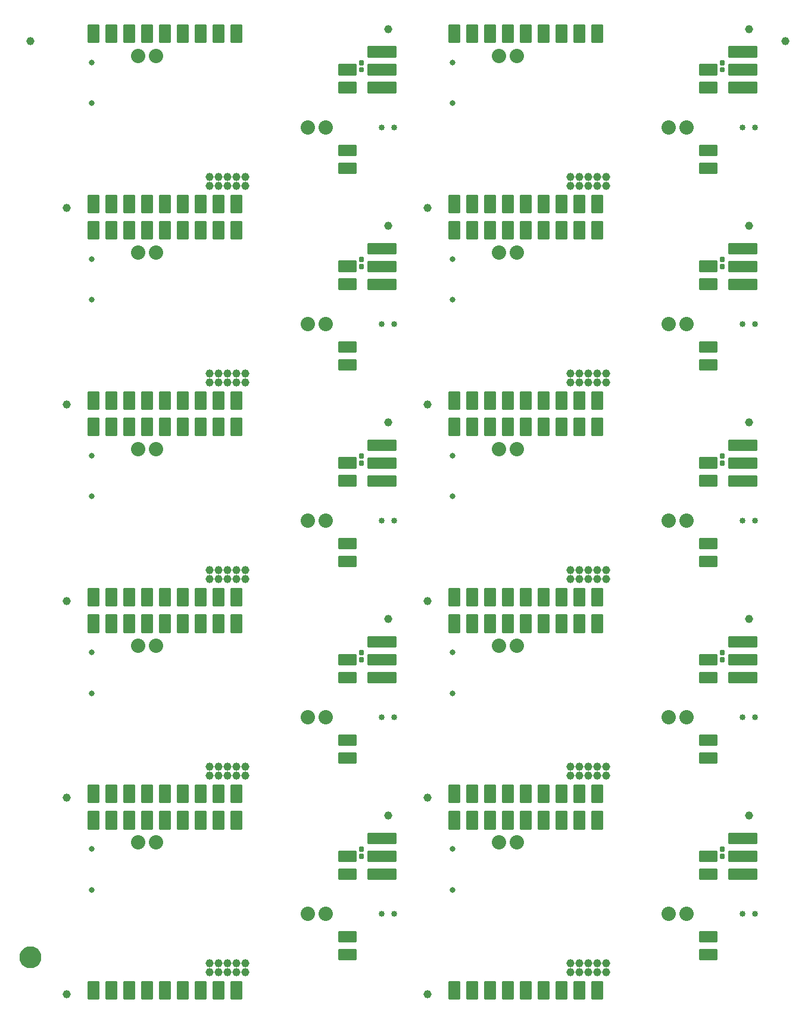
<source format=gbs>
G04 EAGLE Gerber RS-274X export*
G75*
%MOMM*%
%FSLAX34Y34*%
%LPD*%
%INSoldermask Bottom*%
%IPPOS*%
%AMOC8*
5,1,8,0,0,1.08239X$1,22.5*%
G01*
%ADD10C,1.152400*%
%ADD11C,0.264381*%
%ADD12C,2.032000*%
%ADD13C,0.802400*%
%ADD14C,0.255816*%
%ADD15C,0.852400*%
%ADD16C,1.270000*%
%ADD17C,1.652400*%


D10*
X25400Y10211D03*
X482600Y264211D03*
D11*
X70540Y28151D02*
X70540Y4271D01*
X56660Y4271D01*
X56660Y28151D01*
X70540Y28151D01*
X70540Y6783D02*
X56660Y6783D01*
X56660Y9295D02*
X70540Y9295D01*
X70540Y11807D02*
X56660Y11807D01*
X56660Y14319D02*
X70540Y14319D01*
X70540Y16831D02*
X56660Y16831D01*
X56660Y19343D02*
X70540Y19343D01*
X70540Y21855D02*
X56660Y21855D01*
X56660Y24367D02*
X70540Y24367D01*
X70540Y26879D02*
X56660Y26879D01*
X95940Y28151D02*
X95940Y4271D01*
X82060Y4271D01*
X82060Y28151D01*
X95940Y28151D01*
X95940Y6783D02*
X82060Y6783D01*
X82060Y9295D02*
X95940Y9295D01*
X95940Y11807D02*
X82060Y11807D01*
X82060Y14319D02*
X95940Y14319D01*
X95940Y16831D02*
X82060Y16831D01*
X82060Y19343D02*
X95940Y19343D01*
X95940Y21855D02*
X82060Y21855D01*
X82060Y24367D02*
X95940Y24367D01*
X95940Y26879D02*
X82060Y26879D01*
X121340Y28151D02*
X121340Y4271D01*
X107460Y4271D01*
X107460Y28151D01*
X121340Y28151D01*
X121340Y6783D02*
X107460Y6783D01*
X107460Y9295D02*
X121340Y9295D01*
X121340Y11807D02*
X107460Y11807D01*
X107460Y14319D02*
X121340Y14319D01*
X121340Y16831D02*
X107460Y16831D01*
X107460Y19343D02*
X121340Y19343D01*
X121340Y21855D02*
X107460Y21855D01*
X107460Y24367D02*
X121340Y24367D01*
X121340Y26879D02*
X107460Y26879D01*
X146740Y28151D02*
X146740Y4271D01*
X132860Y4271D01*
X132860Y28151D01*
X146740Y28151D01*
X146740Y6783D02*
X132860Y6783D01*
X132860Y9295D02*
X146740Y9295D01*
X146740Y11807D02*
X132860Y11807D01*
X132860Y14319D02*
X146740Y14319D01*
X146740Y16831D02*
X132860Y16831D01*
X132860Y19343D02*
X146740Y19343D01*
X146740Y21855D02*
X132860Y21855D01*
X132860Y24367D02*
X146740Y24367D01*
X146740Y26879D02*
X132860Y26879D01*
X172140Y28151D02*
X172140Y4271D01*
X158260Y4271D01*
X158260Y28151D01*
X172140Y28151D01*
X172140Y6783D02*
X158260Y6783D01*
X158260Y9295D02*
X172140Y9295D01*
X172140Y11807D02*
X158260Y11807D01*
X158260Y14319D02*
X172140Y14319D01*
X172140Y16831D02*
X158260Y16831D01*
X158260Y19343D02*
X172140Y19343D01*
X172140Y21855D02*
X158260Y21855D01*
X158260Y24367D02*
X172140Y24367D01*
X172140Y26879D02*
X158260Y26879D01*
X197540Y28151D02*
X197540Y4271D01*
X183660Y4271D01*
X183660Y28151D01*
X197540Y28151D01*
X197540Y6783D02*
X183660Y6783D01*
X183660Y9295D02*
X197540Y9295D01*
X197540Y11807D02*
X183660Y11807D01*
X183660Y14319D02*
X197540Y14319D01*
X197540Y16831D02*
X183660Y16831D01*
X183660Y19343D02*
X197540Y19343D01*
X197540Y21855D02*
X183660Y21855D01*
X183660Y24367D02*
X197540Y24367D01*
X197540Y26879D02*
X183660Y26879D01*
X222940Y28151D02*
X222940Y4271D01*
X209060Y4271D01*
X209060Y28151D01*
X222940Y28151D01*
X222940Y6783D02*
X209060Y6783D01*
X209060Y9295D02*
X222940Y9295D01*
X222940Y11807D02*
X209060Y11807D01*
X209060Y14319D02*
X222940Y14319D01*
X222940Y16831D02*
X209060Y16831D01*
X209060Y19343D02*
X222940Y19343D01*
X222940Y21855D02*
X209060Y21855D01*
X209060Y24367D02*
X222940Y24367D01*
X222940Y26879D02*
X209060Y26879D01*
X248340Y28151D02*
X248340Y4271D01*
X234460Y4271D01*
X234460Y28151D01*
X248340Y28151D01*
X248340Y6783D02*
X234460Y6783D01*
X234460Y9295D02*
X248340Y9295D01*
X248340Y11807D02*
X234460Y11807D01*
X234460Y14319D02*
X248340Y14319D01*
X248340Y16831D02*
X234460Y16831D01*
X234460Y19343D02*
X248340Y19343D01*
X248340Y21855D02*
X234460Y21855D01*
X234460Y24367D02*
X248340Y24367D01*
X248340Y26879D02*
X234460Y26879D01*
X273740Y28151D02*
X273740Y4271D01*
X259860Y4271D01*
X259860Y28151D01*
X273740Y28151D01*
X273740Y6783D02*
X259860Y6783D01*
X259860Y9295D02*
X273740Y9295D01*
X273740Y11807D02*
X259860Y11807D01*
X259860Y14319D02*
X273740Y14319D01*
X273740Y16831D02*
X259860Y16831D01*
X259860Y19343D02*
X273740Y19343D01*
X273740Y21855D02*
X259860Y21855D01*
X259860Y24367D02*
X273740Y24367D01*
X273740Y26879D02*
X259860Y26879D01*
X56660Y246271D02*
X56660Y270151D01*
X70540Y270151D01*
X70540Y246271D01*
X56660Y246271D01*
X56660Y248783D02*
X70540Y248783D01*
X70540Y251295D02*
X56660Y251295D01*
X56660Y253807D02*
X70540Y253807D01*
X70540Y256319D02*
X56660Y256319D01*
X56660Y258831D02*
X70540Y258831D01*
X70540Y261343D02*
X56660Y261343D01*
X56660Y263855D02*
X70540Y263855D01*
X70540Y266367D02*
X56660Y266367D01*
X56660Y268879D02*
X70540Y268879D01*
X82060Y270151D02*
X82060Y246271D01*
X82060Y270151D02*
X95940Y270151D01*
X95940Y246271D01*
X82060Y246271D01*
X82060Y248783D02*
X95940Y248783D01*
X95940Y251295D02*
X82060Y251295D01*
X82060Y253807D02*
X95940Y253807D01*
X95940Y256319D02*
X82060Y256319D01*
X82060Y258831D02*
X95940Y258831D01*
X95940Y261343D02*
X82060Y261343D01*
X82060Y263855D02*
X95940Y263855D01*
X95940Y266367D02*
X82060Y266367D01*
X82060Y268879D02*
X95940Y268879D01*
X107460Y270151D02*
X107460Y246271D01*
X107460Y270151D02*
X121340Y270151D01*
X121340Y246271D01*
X107460Y246271D01*
X107460Y248783D02*
X121340Y248783D01*
X121340Y251295D02*
X107460Y251295D01*
X107460Y253807D02*
X121340Y253807D01*
X121340Y256319D02*
X107460Y256319D01*
X107460Y258831D02*
X121340Y258831D01*
X121340Y261343D02*
X107460Y261343D01*
X107460Y263855D02*
X121340Y263855D01*
X121340Y266367D02*
X107460Y266367D01*
X107460Y268879D02*
X121340Y268879D01*
X132860Y270151D02*
X132860Y246271D01*
X132860Y270151D02*
X146740Y270151D01*
X146740Y246271D01*
X132860Y246271D01*
X132860Y248783D02*
X146740Y248783D01*
X146740Y251295D02*
X132860Y251295D01*
X132860Y253807D02*
X146740Y253807D01*
X146740Y256319D02*
X132860Y256319D01*
X132860Y258831D02*
X146740Y258831D01*
X146740Y261343D02*
X132860Y261343D01*
X132860Y263855D02*
X146740Y263855D01*
X146740Y266367D02*
X132860Y266367D01*
X132860Y268879D02*
X146740Y268879D01*
X158260Y270151D02*
X158260Y246271D01*
X158260Y270151D02*
X172140Y270151D01*
X172140Y246271D01*
X158260Y246271D01*
X158260Y248783D02*
X172140Y248783D01*
X172140Y251295D02*
X158260Y251295D01*
X158260Y253807D02*
X172140Y253807D01*
X172140Y256319D02*
X158260Y256319D01*
X158260Y258831D02*
X172140Y258831D01*
X172140Y261343D02*
X158260Y261343D01*
X158260Y263855D02*
X172140Y263855D01*
X172140Y266367D02*
X158260Y266367D01*
X158260Y268879D02*
X172140Y268879D01*
X183660Y270151D02*
X183660Y246271D01*
X183660Y270151D02*
X197540Y270151D01*
X197540Y246271D01*
X183660Y246271D01*
X183660Y248783D02*
X197540Y248783D01*
X197540Y251295D02*
X183660Y251295D01*
X183660Y253807D02*
X197540Y253807D01*
X197540Y256319D02*
X183660Y256319D01*
X183660Y258831D02*
X197540Y258831D01*
X197540Y261343D02*
X183660Y261343D01*
X183660Y263855D02*
X197540Y263855D01*
X197540Y266367D02*
X183660Y266367D01*
X183660Y268879D02*
X197540Y268879D01*
X209060Y270151D02*
X209060Y246271D01*
X209060Y270151D02*
X222940Y270151D01*
X222940Y246271D01*
X209060Y246271D01*
X209060Y248783D02*
X222940Y248783D01*
X222940Y251295D02*
X209060Y251295D01*
X209060Y253807D02*
X222940Y253807D01*
X222940Y256319D02*
X209060Y256319D01*
X209060Y258831D02*
X222940Y258831D01*
X222940Y261343D02*
X209060Y261343D01*
X209060Y263855D02*
X222940Y263855D01*
X222940Y266367D02*
X209060Y266367D01*
X209060Y268879D02*
X222940Y268879D01*
X234460Y270151D02*
X234460Y246271D01*
X234460Y270151D02*
X248340Y270151D01*
X248340Y246271D01*
X234460Y246271D01*
X234460Y248783D02*
X248340Y248783D01*
X248340Y251295D02*
X234460Y251295D01*
X234460Y253807D02*
X248340Y253807D01*
X248340Y256319D02*
X234460Y256319D01*
X234460Y258831D02*
X248340Y258831D01*
X248340Y261343D02*
X234460Y261343D01*
X234460Y263855D02*
X248340Y263855D01*
X248340Y266367D02*
X234460Y266367D01*
X234460Y268879D02*
X248340Y268879D01*
X259860Y270151D02*
X259860Y246271D01*
X259860Y270151D02*
X273740Y270151D01*
X273740Y246271D01*
X259860Y246271D01*
X259860Y248783D02*
X273740Y248783D01*
X273740Y251295D02*
X259860Y251295D01*
X259860Y253807D02*
X273740Y253807D01*
X273740Y256319D02*
X259860Y256319D01*
X259860Y258831D02*
X273740Y258831D01*
X273740Y261343D02*
X259860Y261343D01*
X259860Y263855D02*
X273740Y263855D01*
X273740Y266367D02*
X259860Y266367D01*
X259860Y268879D02*
X273740Y268879D01*
X412660Y214151D02*
X436540Y214151D01*
X436540Y200271D01*
X412660Y200271D01*
X412660Y214151D01*
X412660Y202783D02*
X436540Y202783D01*
X436540Y205295D02*
X412660Y205295D01*
X412660Y207807D02*
X436540Y207807D01*
X436540Y210319D02*
X412660Y210319D01*
X412660Y212831D02*
X436540Y212831D01*
X436540Y188751D02*
X412660Y188751D01*
X436540Y188751D02*
X436540Y174871D01*
X412660Y174871D01*
X412660Y188751D01*
X412660Y177383D02*
X436540Y177383D01*
X436540Y179895D02*
X412660Y179895D01*
X412660Y182407D02*
X436540Y182407D01*
X436540Y184919D02*
X412660Y184919D01*
X412660Y187431D02*
X436540Y187431D01*
X436540Y99551D02*
X412660Y99551D01*
X436540Y99551D02*
X436540Y85671D01*
X412660Y85671D01*
X412660Y99551D01*
X412660Y88183D02*
X436540Y88183D01*
X436540Y90695D02*
X412660Y90695D01*
X412660Y93207D02*
X436540Y93207D01*
X436540Y95719D02*
X412660Y95719D01*
X412660Y98231D02*
X436540Y98231D01*
X436540Y74151D02*
X412660Y74151D01*
X436540Y74151D02*
X436540Y60271D01*
X412660Y60271D01*
X412660Y74151D01*
X412660Y62783D02*
X436540Y62783D01*
X436540Y65295D02*
X412660Y65295D01*
X412660Y67807D02*
X436540Y67807D01*
X436540Y70319D02*
X412660Y70319D01*
X412660Y72831D02*
X436540Y72831D01*
D12*
X127000Y226111D03*
X152400Y226111D03*
D13*
X61750Y216911D03*
X61750Y159111D03*
D14*
X442017Y214658D02*
X442017Y219624D01*
X446983Y219624D01*
X446983Y214658D01*
X442017Y214658D01*
X442017Y217088D02*
X446983Y217088D01*
X446983Y219518D02*
X442017Y219518D01*
X442017Y209624D02*
X442017Y204658D01*
X442017Y209624D02*
X446983Y209624D01*
X446983Y204658D01*
X442017Y204658D01*
X442017Y207088D02*
X446983Y207088D01*
X446983Y209518D02*
X442017Y209518D01*
D10*
X241300Y41961D03*
X254000Y41961D03*
X266700Y41961D03*
X279400Y41961D03*
X228600Y41961D03*
X241300Y54661D03*
X254000Y54661D03*
X266700Y54661D03*
X279400Y54661D03*
X228600Y54661D03*
D11*
X493150Y174721D02*
X493150Y188601D01*
X493150Y174721D02*
X454270Y174721D01*
X454270Y188601D01*
X493150Y188601D01*
X493150Y177233D02*
X454270Y177233D01*
X454270Y179745D02*
X493150Y179745D01*
X493150Y182257D02*
X454270Y182257D01*
X454270Y184769D02*
X493150Y184769D01*
X493150Y187281D02*
X454270Y187281D01*
X493150Y200121D02*
X493150Y214001D01*
X493150Y200121D02*
X454270Y200121D01*
X454270Y214001D01*
X493150Y214001D01*
X493150Y202633D02*
X454270Y202633D01*
X454270Y205145D02*
X493150Y205145D01*
X493150Y207657D02*
X454270Y207657D01*
X454270Y210169D02*
X493150Y210169D01*
X493150Y212681D02*
X454270Y212681D01*
X493150Y225521D02*
X493150Y239401D01*
X493150Y225521D02*
X454270Y225521D01*
X454270Y239401D01*
X493150Y239401D01*
X493150Y228033D02*
X454270Y228033D01*
X454270Y230545D02*
X493150Y230545D01*
X493150Y233057D02*
X454270Y233057D01*
X454270Y235569D02*
X493150Y235569D01*
X493150Y238081D02*
X454270Y238081D01*
D15*
X473600Y124511D03*
X491600Y124511D03*
D12*
X368300Y124511D03*
X393700Y124511D03*
D10*
X538480Y10211D03*
X995680Y264211D03*
D11*
X583620Y28151D02*
X583620Y4271D01*
X569740Y4271D01*
X569740Y28151D01*
X583620Y28151D01*
X583620Y6783D02*
X569740Y6783D01*
X569740Y9295D02*
X583620Y9295D01*
X583620Y11807D02*
X569740Y11807D01*
X569740Y14319D02*
X583620Y14319D01*
X583620Y16831D02*
X569740Y16831D01*
X569740Y19343D02*
X583620Y19343D01*
X583620Y21855D02*
X569740Y21855D01*
X569740Y24367D02*
X583620Y24367D01*
X583620Y26879D02*
X569740Y26879D01*
X609020Y28151D02*
X609020Y4271D01*
X595140Y4271D01*
X595140Y28151D01*
X609020Y28151D01*
X609020Y6783D02*
X595140Y6783D01*
X595140Y9295D02*
X609020Y9295D01*
X609020Y11807D02*
X595140Y11807D01*
X595140Y14319D02*
X609020Y14319D01*
X609020Y16831D02*
X595140Y16831D01*
X595140Y19343D02*
X609020Y19343D01*
X609020Y21855D02*
X595140Y21855D01*
X595140Y24367D02*
X609020Y24367D01*
X609020Y26879D02*
X595140Y26879D01*
X634420Y28151D02*
X634420Y4271D01*
X620540Y4271D01*
X620540Y28151D01*
X634420Y28151D01*
X634420Y6783D02*
X620540Y6783D01*
X620540Y9295D02*
X634420Y9295D01*
X634420Y11807D02*
X620540Y11807D01*
X620540Y14319D02*
X634420Y14319D01*
X634420Y16831D02*
X620540Y16831D01*
X620540Y19343D02*
X634420Y19343D01*
X634420Y21855D02*
X620540Y21855D01*
X620540Y24367D02*
X634420Y24367D01*
X634420Y26879D02*
X620540Y26879D01*
X659820Y28151D02*
X659820Y4271D01*
X645940Y4271D01*
X645940Y28151D01*
X659820Y28151D01*
X659820Y6783D02*
X645940Y6783D01*
X645940Y9295D02*
X659820Y9295D01*
X659820Y11807D02*
X645940Y11807D01*
X645940Y14319D02*
X659820Y14319D01*
X659820Y16831D02*
X645940Y16831D01*
X645940Y19343D02*
X659820Y19343D01*
X659820Y21855D02*
X645940Y21855D01*
X645940Y24367D02*
X659820Y24367D01*
X659820Y26879D02*
X645940Y26879D01*
X685220Y28151D02*
X685220Y4271D01*
X671340Y4271D01*
X671340Y28151D01*
X685220Y28151D01*
X685220Y6783D02*
X671340Y6783D01*
X671340Y9295D02*
X685220Y9295D01*
X685220Y11807D02*
X671340Y11807D01*
X671340Y14319D02*
X685220Y14319D01*
X685220Y16831D02*
X671340Y16831D01*
X671340Y19343D02*
X685220Y19343D01*
X685220Y21855D02*
X671340Y21855D01*
X671340Y24367D02*
X685220Y24367D01*
X685220Y26879D02*
X671340Y26879D01*
X710620Y28151D02*
X710620Y4271D01*
X696740Y4271D01*
X696740Y28151D01*
X710620Y28151D01*
X710620Y6783D02*
X696740Y6783D01*
X696740Y9295D02*
X710620Y9295D01*
X710620Y11807D02*
X696740Y11807D01*
X696740Y14319D02*
X710620Y14319D01*
X710620Y16831D02*
X696740Y16831D01*
X696740Y19343D02*
X710620Y19343D01*
X710620Y21855D02*
X696740Y21855D01*
X696740Y24367D02*
X710620Y24367D01*
X710620Y26879D02*
X696740Y26879D01*
X736020Y28151D02*
X736020Y4271D01*
X722140Y4271D01*
X722140Y28151D01*
X736020Y28151D01*
X736020Y6783D02*
X722140Y6783D01*
X722140Y9295D02*
X736020Y9295D01*
X736020Y11807D02*
X722140Y11807D01*
X722140Y14319D02*
X736020Y14319D01*
X736020Y16831D02*
X722140Y16831D01*
X722140Y19343D02*
X736020Y19343D01*
X736020Y21855D02*
X722140Y21855D01*
X722140Y24367D02*
X736020Y24367D01*
X736020Y26879D02*
X722140Y26879D01*
X761420Y28151D02*
X761420Y4271D01*
X747540Y4271D01*
X747540Y28151D01*
X761420Y28151D01*
X761420Y6783D02*
X747540Y6783D01*
X747540Y9295D02*
X761420Y9295D01*
X761420Y11807D02*
X747540Y11807D01*
X747540Y14319D02*
X761420Y14319D01*
X761420Y16831D02*
X747540Y16831D01*
X747540Y19343D02*
X761420Y19343D01*
X761420Y21855D02*
X747540Y21855D01*
X747540Y24367D02*
X761420Y24367D01*
X761420Y26879D02*
X747540Y26879D01*
X786820Y28151D02*
X786820Y4271D01*
X772940Y4271D01*
X772940Y28151D01*
X786820Y28151D01*
X786820Y6783D02*
X772940Y6783D01*
X772940Y9295D02*
X786820Y9295D01*
X786820Y11807D02*
X772940Y11807D01*
X772940Y14319D02*
X786820Y14319D01*
X786820Y16831D02*
X772940Y16831D01*
X772940Y19343D02*
X786820Y19343D01*
X786820Y21855D02*
X772940Y21855D01*
X772940Y24367D02*
X786820Y24367D01*
X786820Y26879D02*
X772940Y26879D01*
X569740Y246271D02*
X569740Y270151D01*
X583620Y270151D01*
X583620Y246271D01*
X569740Y246271D01*
X569740Y248783D02*
X583620Y248783D01*
X583620Y251295D02*
X569740Y251295D01*
X569740Y253807D02*
X583620Y253807D01*
X583620Y256319D02*
X569740Y256319D01*
X569740Y258831D02*
X583620Y258831D01*
X583620Y261343D02*
X569740Y261343D01*
X569740Y263855D02*
X583620Y263855D01*
X583620Y266367D02*
X569740Y266367D01*
X569740Y268879D02*
X583620Y268879D01*
X595140Y270151D02*
X595140Y246271D01*
X595140Y270151D02*
X609020Y270151D01*
X609020Y246271D01*
X595140Y246271D01*
X595140Y248783D02*
X609020Y248783D01*
X609020Y251295D02*
X595140Y251295D01*
X595140Y253807D02*
X609020Y253807D01*
X609020Y256319D02*
X595140Y256319D01*
X595140Y258831D02*
X609020Y258831D01*
X609020Y261343D02*
X595140Y261343D01*
X595140Y263855D02*
X609020Y263855D01*
X609020Y266367D02*
X595140Y266367D01*
X595140Y268879D02*
X609020Y268879D01*
X620540Y270151D02*
X620540Y246271D01*
X620540Y270151D02*
X634420Y270151D01*
X634420Y246271D01*
X620540Y246271D01*
X620540Y248783D02*
X634420Y248783D01*
X634420Y251295D02*
X620540Y251295D01*
X620540Y253807D02*
X634420Y253807D01*
X634420Y256319D02*
X620540Y256319D01*
X620540Y258831D02*
X634420Y258831D01*
X634420Y261343D02*
X620540Y261343D01*
X620540Y263855D02*
X634420Y263855D01*
X634420Y266367D02*
X620540Y266367D01*
X620540Y268879D02*
X634420Y268879D01*
X645940Y270151D02*
X645940Y246271D01*
X645940Y270151D02*
X659820Y270151D01*
X659820Y246271D01*
X645940Y246271D01*
X645940Y248783D02*
X659820Y248783D01*
X659820Y251295D02*
X645940Y251295D01*
X645940Y253807D02*
X659820Y253807D01*
X659820Y256319D02*
X645940Y256319D01*
X645940Y258831D02*
X659820Y258831D01*
X659820Y261343D02*
X645940Y261343D01*
X645940Y263855D02*
X659820Y263855D01*
X659820Y266367D02*
X645940Y266367D01*
X645940Y268879D02*
X659820Y268879D01*
X671340Y270151D02*
X671340Y246271D01*
X671340Y270151D02*
X685220Y270151D01*
X685220Y246271D01*
X671340Y246271D01*
X671340Y248783D02*
X685220Y248783D01*
X685220Y251295D02*
X671340Y251295D01*
X671340Y253807D02*
X685220Y253807D01*
X685220Y256319D02*
X671340Y256319D01*
X671340Y258831D02*
X685220Y258831D01*
X685220Y261343D02*
X671340Y261343D01*
X671340Y263855D02*
X685220Y263855D01*
X685220Y266367D02*
X671340Y266367D01*
X671340Y268879D02*
X685220Y268879D01*
X696740Y270151D02*
X696740Y246271D01*
X696740Y270151D02*
X710620Y270151D01*
X710620Y246271D01*
X696740Y246271D01*
X696740Y248783D02*
X710620Y248783D01*
X710620Y251295D02*
X696740Y251295D01*
X696740Y253807D02*
X710620Y253807D01*
X710620Y256319D02*
X696740Y256319D01*
X696740Y258831D02*
X710620Y258831D01*
X710620Y261343D02*
X696740Y261343D01*
X696740Y263855D02*
X710620Y263855D01*
X710620Y266367D02*
X696740Y266367D01*
X696740Y268879D02*
X710620Y268879D01*
X722140Y270151D02*
X722140Y246271D01*
X722140Y270151D02*
X736020Y270151D01*
X736020Y246271D01*
X722140Y246271D01*
X722140Y248783D02*
X736020Y248783D01*
X736020Y251295D02*
X722140Y251295D01*
X722140Y253807D02*
X736020Y253807D01*
X736020Y256319D02*
X722140Y256319D01*
X722140Y258831D02*
X736020Y258831D01*
X736020Y261343D02*
X722140Y261343D01*
X722140Y263855D02*
X736020Y263855D01*
X736020Y266367D02*
X722140Y266367D01*
X722140Y268879D02*
X736020Y268879D01*
X747540Y270151D02*
X747540Y246271D01*
X747540Y270151D02*
X761420Y270151D01*
X761420Y246271D01*
X747540Y246271D01*
X747540Y248783D02*
X761420Y248783D01*
X761420Y251295D02*
X747540Y251295D01*
X747540Y253807D02*
X761420Y253807D01*
X761420Y256319D02*
X747540Y256319D01*
X747540Y258831D02*
X761420Y258831D01*
X761420Y261343D02*
X747540Y261343D01*
X747540Y263855D02*
X761420Y263855D01*
X761420Y266367D02*
X747540Y266367D01*
X747540Y268879D02*
X761420Y268879D01*
X772940Y270151D02*
X772940Y246271D01*
X772940Y270151D02*
X786820Y270151D01*
X786820Y246271D01*
X772940Y246271D01*
X772940Y248783D02*
X786820Y248783D01*
X786820Y251295D02*
X772940Y251295D01*
X772940Y253807D02*
X786820Y253807D01*
X786820Y256319D02*
X772940Y256319D01*
X772940Y258831D02*
X786820Y258831D01*
X786820Y261343D02*
X772940Y261343D01*
X772940Y263855D02*
X786820Y263855D01*
X786820Y266367D02*
X772940Y266367D01*
X772940Y268879D02*
X786820Y268879D01*
X925740Y214151D02*
X949620Y214151D01*
X949620Y200271D01*
X925740Y200271D01*
X925740Y214151D01*
X925740Y202783D02*
X949620Y202783D01*
X949620Y205295D02*
X925740Y205295D01*
X925740Y207807D02*
X949620Y207807D01*
X949620Y210319D02*
X925740Y210319D01*
X925740Y212831D02*
X949620Y212831D01*
X949620Y188751D02*
X925740Y188751D01*
X949620Y188751D02*
X949620Y174871D01*
X925740Y174871D01*
X925740Y188751D01*
X925740Y177383D02*
X949620Y177383D01*
X949620Y179895D02*
X925740Y179895D01*
X925740Y182407D02*
X949620Y182407D01*
X949620Y184919D02*
X925740Y184919D01*
X925740Y187431D02*
X949620Y187431D01*
X949620Y99551D02*
X925740Y99551D01*
X949620Y99551D02*
X949620Y85671D01*
X925740Y85671D01*
X925740Y99551D01*
X925740Y88183D02*
X949620Y88183D01*
X949620Y90695D02*
X925740Y90695D01*
X925740Y93207D02*
X949620Y93207D01*
X949620Y95719D02*
X925740Y95719D01*
X925740Y98231D02*
X949620Y98231D01*
X949620Y74151D02*
X925740Y74151D01*
X949620Y74151D02*
X949620Y60271D01*
X925740Y60271D01*
X925740Y74151D01*
X925740Y62783D02*
X949620Y62783D01*
X949620Y65295D02*
X925740Y65295D01*
X925740Y67807D02*
X949620Y67807D01*
X949620Y70319D02*
X925740Y70319D01*
X925740Y72831D02*
X949620Y72831D01*
D12*
X640080Y226111D03*
X665480Y226111D03*
D13*
X574830Y216911D03*
X574830Y159111D03*
D14*
X955097Y214658D02*
X955097Y219624D01*
X960063Y219624D01*
X960063Y214658D01*
X955097Y214658D01*
X955097Y217088D02*
X960063Y217088D01*
X960063Y219518D02*
X955097Y219518D01*
X955097Y209624D02*
X955097Y204658D01*
X955097Y209624D02*
X960063Y209624D01*
X960063Y204658D01*
X955097Y204658D01*
X955097Y207088D02*
X960063Y207088D01*
X960063Y209518D02*
X955097Y209518D01*
D10*
X754380Y41961D03*
X767080Y41961D03*
X779780Y41961D03*
X792480Y41961D03*
X741680Y41961D03*
X754380Y54661D03*
X767080Y54661D03*
X779780Y54661D03*
X792480Y54661D03*
X741680Y54661D03*
D11*
X1006230Y174721D02*
X1006230Y188601D01*
X1006230Y174721D02*
X967350Y174721D01*
X967350Y188601D01*
X1006230Y188601D01*
X1006230Y177233D02*
X967350Y177233D01*
X967350Y179745D02*
X1006230Y179745D01*
X1006230Y182257D02*
X967350Y182257D01*
X967350Y184769D02*
X1006230Y184769D01*
X1006230Y187281D02*
X967350Y187281D01*
X1006230Y200121D02*
X1006230Y214001D01*
X1006230Y200121D02*
X967350Y200121D01*
X967350Y214001D01*
X1006230Y214001D01*
X1006230Y202633D02*
X967350Y202633D01*
X967350Y205145D02*
X1006230Y205145D01*
X1006230Y207657D02*
X967350Y207657D01*
X967350Y210169D02*
X1006230Y210169D01*
X1006230Y212681D02*
X967350Y212681D01*
X1006230Y225521D02*
X1006230Y239401D01*
X1006230Y225521D02*
X967350Y225521D01*
X967350Y239401D01*
X1006230Y239401D01*
X1006230Y228033D02*
X967350Y228033D01*
X967350Y230545D02*
X1006230Y230545D01*
X1006230Y233057D02*
X967350Y233057D01*
X967350Y235569D02*
X1006230Y235569D01*
X1006230Y238081D02*
X967350Y238081D01*
D15*
X986680Y124511D03*
X1004680Y124511D03*
D12*
X881380Y124511D03*
X906780Y124511D03*
D10*
X25400Y289687D03*
X482600Y543687D03*
D11*
X70540Y307627D02*
X70540Y283747D01*
X56660Y283747D01*
X56660Y307627D01*
X70540Y307627D01*
X70540Y286259D02*
X56660Y286259D01*
X56660Y288771D02*
X70540Y288771D01*
X70540Y291283D02*
X56660Y291283D01*
X56660Y293795D02*
X70540Y293795D01*
X70540Y296307D02*
X56660Y296307D01*
X56660Y298819D02*
X70540Y298819D01*
X70540Y301331D02*
X56660Y301331D01*
X56660Y303843D02*
X70540Y303843D01*
X70540Y306355D02*
X56660Y306355D01*
X95940Y307627D02*
X95940Y283747D01*
X82060Y283747D01*
X82060Y307627D01*
X95940Y307627D01*
X95940Y286259D02*
X82060Y286259D01*
X82060Y288771D02*
X95940Y288771D01*
X95940Y291283D02*
X82060Y291283D01*
X82060Y293795D02*
X95940Y293795D01*
X95940Y296307D02*
X82060Y296307D01*
X82060Y298819D02*
X95940Y298819D01*
X95940Y301331D02*
X82060Y301331D01*
X82060Y303843D02*
X95940Y303843D01*
X95940Y306355D02*
X82060Y306355D01*
X121340Y307627D02*
X121340Y283747D01*
X107460Y283747D01*
X107460Y307627D01*
X121340Y307627D01*
X121340Y286259D02*
X107460Y286259D01*
X107460Y288771D02*
X121340Y288771D01*
X121340Y291283D02*
X107460Y291283D01*
X107460Y293795D02*
X121340Y293795D01*
X121340Y296307D02*
X107460Y296307D01*
X107460Y298819D02*
X121340Y298819D01*
X121340Y301331D02*
X107460Y301331D01*
X107460Y303843D02*
X121340Y303843D01*
X121340Y306355D02*
X107460Y306355D01*
X146740Y307627D02*
X146740Y283747D01*
X132860Y283747D01*
X132860Y307627D01*
X146740Y307627D01*
X146740Y286259D02*
X132860Y286259D01*
X132860Y288771D02*
X146740Y288771D01*
X146740Y291283D02*
X132860Y291283D01*
X132860Y293795D02*
X146740Y293795D01*
X146740Y296307D02*
X132860Y296307D01*
X132860Y298819D02*
X146740Y298819D01*
X146740Y301331D02*
X132860Y301331D01*
X132860Y303843D02*
X146740Y303843D01*
X146740Y306355D02*
X132860Y306355D01*
X172140Y307627D02*
X172140Y283747D01*
X158260Y283747D01*
X158260Y307627D01*
X172140Y307627D01*
X172140Y286259D02*
X158260Y286259D01*
X158260Y288771D02*
X172140Y288771D01*
X172140Y291283D02*
X158260Y291283D01*
X158260Y293795D02*
X172140Y293795D01*
X172140Y296307D02*
X158260Y296307D01*
X158260Y298819D02*
X172140Y298819D01*
X172140Y301331D02*
X158260Y301331D01*
X158260Y303843D02*
X172140Y303843D01*
X172140Y306355D02*
X158260Y306355D01*
X197540Y307627D02*
X197540Y283747D01*
X183660Y283747D01*
X183660Y307627D01*
X197540Y307627D01*
X197540Y286259D02*
X183660Y286259D01*
X183660Y288771D02*
X197540Y288771D01*
X197540Y291283D02*
X183660Y291283D01*
X183660Y293795D02*
X197540Y293795D01*
X197540Y296307D02*
X183660Y296307D01*
X183660Y298819D02*
X197540Y298819D01*
X197540Y301331D02*
X183660Y301331D01*
X183660Y303843D02*
X197540Y303843D01*
X197540Y306355D02*
X183660Y306355D01*
X222940Y307627D02*
X222940Y283747D01*
X209060Y283747D01*
X209060Y307627D01*
X222940Y307627D01*
X222940Y286259D02*
X209060Y286259D01*
X209060Y288771D02*
X222940Y288771D01*
X222940Y291283D02*
X209060Y291283D01*
X209060Y293795D02*
X222940Y293795D01*
X222940Y296307D02*
X209060Y296307D01*
X209060Y298819D02*
X222940Y298819D01*
X222940Y301331D02*
X209060Y301331D01*
X209060Y303843D02*
X222940Y303843D01*
X222940Y306355D02*
X209060Y306355D01*
X248340Y307627D02*
X248340Y283747D01*
X234460Y283747D01*
X234460Y307627D01*
X248340Y307627D01*
X248340Y286259D02*
X234460Y286259D01*
X234460Y288771D02*
X248340Y288771D01*
X248340Y291283D02*
X234460Y291283D01*
X234460Y293795D02*
X248340Y293795D01*
X248340Y296307D02*
X234460Y296307D01*
X234460Y298819D02*
X248340Y298819D01*
X248340Y301331D02*
X234460Y301331D01*
X234460Y303843D02*
X248340Y303843D01*
X248340Y306355D02*
X234460Y306355D01*
X273740Y307627D02*
X273740Y283747D01*
X259860Y283747D01*
X259860Y307627D01*
X273740Y307627D01*
X273740Y286259D02*
X259860Y286259D01*
X259860Y288771D02*
X273740Y288771D01*
X273740Y291283D02*
X259860Y291283D01*
X259860Y293795D02*
X273740Y293795D01*
X273740Y296307D02*
X259860Y296307D01*
X259860Y298819D02*
X273740Y298819D01*
X273740Y301331D02*
X259860Y301331D01*
X259860Y303843D02*
X273740Y303843D01*
X273740Y306355D02*
X259860Y306355D01*
X56660Y525747D02*
X56660Y549627D01*
X70540Y549627D01*
X70540Y525747D01*
X56660Y525747D01*
X56660Y528259D02*
X70540Y528259D01*
X70540Y530771D02*
X56660Y530771D01*
X56660Y533283D02*
X70540Y533283D01*
X70540Y535795D02*
X56660Y535795D01*
X56660Y538307D02*
X70540Y538307D01*
X70540Y540819D02*
X56660Y540819D01*
X56660Y543331D02*
X70540Y543331D01*
X70540Y545843D02*
X56660Y545843D01*
X56660Y548355D02*
X70540Y548355D01*
X82060Y549627D02*
X82060Y525747D01*
X82060Y549627D02*
X95940Y549627D01*
X95940Y525747D01*
X82060Y525747D01*
X82060Y528259D02*
X95940Y528259D01*
X95940Y530771D02*
X82060Y530771D01*
X82060Y533283D02*
X95940Y533283D01*
X95940Y535795D02*
X82060Y535795D01*
X82060Y538307D02*
X95940Y538307D01*
X95940Y540819D02*
X82060Y540819D01*
X82060Y543331D02*
X95940Y543331D01*
X95940Y545843D02*
X82060Y545843D01*
X82060Y548355D02*
X95940Y548355D01*
X107460Y549627D02*
X107460Y525747D01*
X107460Y549627D02*
X121340Y549627D01*
X121340Y525747D01*
X107460Y525747D01*
X107460Y528259D02*
X121340Y528259D01*
X121340Y530771D02*
X107460Y530771D01*
X107460Y533283D02*
X121340Y533283D01*
X121340Y535795D02*
X107460Y535795D01*
X107460Y538307D02*
X121340Y538307D01*
X121340Y540819D02*
X107460Y540819D01*
X107460Y543331D02*
X121340Y543331D01*
X121340Y545843D02*
X107460Y545843D01*
X107460Y548355D02*
X121340Y548355D01*
X132860Y549627D02*
X132860Y525747D01*
X132860Y549627D02*
X146740Y549627D01*
X146740Y525747D01*
X132860Y525747D01*
X132860Y528259D02*
X146740Y528259D01*
X146740Y530771D02*
X132860Y530771D01*
X132860Y533283D02*
X146740Y533283D01*
X146740Y535795D02*
X132860Y535795D01*
X132860Y538307D02*
X146740Y538307D01*
X146740Y540819D02*
X132860Y540819D01*
X132860Y543331D02*
X146740Y543331D01*
X146740Y545843D02*
X132860Y545843D01*
X132860Y548355D02*
X146740Y548355D01*
X158260Y549627D02*
X158260Y525747D01*
X158260Y549627D02*
X172140Y549627D01*
X172140Y525747D01*
X158260Y525747D01*
X158260Y528259D02*
X172140Y528259D01*
X172140Y530771D02*
X158260Y530771D01*
X158260Y533283D02*
X172140Y533283D01*
X172140Y535795D02*
X158260Y535795D01*
X158260Y538307D02*
X172140Y538307D01*
X172140Y540819D02*
X158260Y540819D01*
X158260Y543331D02*
X172140Y543331D01*
X172140Y545843D02*
X158260Y545843D01*
X158260Y548355D02*
X172140Y548355D01*
X183660Y549627D02*
X183660Y525747D01*
X183660Y549627D02*
X197540Y549627D01*
X197540Y525747D01*
X183660Y525747D01*
X183660Y528259D02*
X197540Y528259D01*
X197540Y530771D02*
X183660Y530771D01*
X183660Y533283D02*
X197540Y533283D01*
X197540Y535795D02*
X183660Y535795D01*
X183660Y538307D02*
X197540Y538307D01*
X197540Y540819D02*
X183660Y540819D01*
X183660Y543331D02*
X197540Y543331D01*
X197540Y545843D02*
X183660Y545843D01*
X183660Y548355D02*
X197540Y548355D01*
X209060Y549627D02*
X209060Y525747D01*
X209060Y549627D02*
X222940Y549627D01*
X222940Y525747D01*
X209060Y525747D01*
X209060Y528259D02*
X222940Y528259D01*
X222940Y530771D02*
X209060Y530771D01*
X209060Y533283D02*
X222940Y533283D01*
X222940Y535795D02*
X209060Y535795D01*
X209060Y538307D02*
X222940Y538307D01*
X222940Y540819D02*
X209060Y540819D01*
X209060Y543331D02*
X222940Y543331D01*
X222940Y545843D02*
X209060Y545843D01*
X209060Y548355D02*
X222940Y548355D01*
X234460Y549627D02*
X234460Y525747D01*
X234460Y549627D02*
X248340Y549627D01*
X248340Y525747D01*
X234460Y525747D01*
X234460Y528259D02*
X248340Y528259D01*
X248340Y530771D02*
X234460Y530771D01*
X234460Y533283D02*
X248340Y533283D01*
X248340Y535795D02*
X234460Y535795D01*
X234460Y538307D02*
X248340Y538307D01*
X248340Y540819D02*
X234460Y540819D01*
X234460Y543331D02*
X248340Y543331D01*
X248340Y545843D02*
X234460Y545843D01*
X234460Y548355D02*
X248340Y548355D01*
X259860Y549627D02*
X259860Y525747D01*
X259860Y549627D02*
X273740Y549627D01*
X273740Y525747D01*
X259860Y525747D01*
X259860Y528259D02*
X273740Y528259D01*
X273740Y530771D02*
X259860Y530771D01*
X259860Y533283D02*
X273740Y533283D01*
X273740Y535795D02*
X259860Y535795D01*
X259860Y538307D02*
X273740Y538307D01*
X273740Y540819D02*
X259860Y540819D01*
X259860Y543331D02*
X273740Y543331D01*
X273740Y545843D02*
X259860Y545843D01*
X259860Y548355D02*
X273740Y548355D01*
X412660Y493627D02*
X436540Y493627D01*
X436540Y479747D01*
X412660Y479747D01*
X412660Y493627D01*
X412660Y482259D02*
X436540Y482259D01*
X436540Y484771D02*
X412660Y484771D01*
X412660Y487283D02*
X436540Y487283D01*
X436540Y489795D02*
X412660Y489795D01*
X412660Y492307D02*
X436540Y492307D01*
X436540Y468227D02*
X412660Y468227D01*
X436540Y468227D02*
X436540Y454347D01*
X412660Y454347D01*
X412660Y468227D01*
X412660Y456859D02*
X436540Y456859D01*
X436540Y459371D02*
X412660Y459371D01*
X412660Y461883D02*
X436540Y461883D01*
X436540Y464395D02*
X412660Y464395D01*
X412660Y466907D02*
X436540Y466907D01*
X436540Y379027D02*
X412660Y379027D01*
X436540Y379027D02*
X436540Y365147D01*
X412660Y365147D01*
X412660Y379027D01*
X412660Y367659D02*
X436540Y367659D01*
X436540Y370171D02*
X412660Y370171D01*
X412660Y372683D02*
X436540Y372683D01*
X436540Y375195D02*
X412660Y375195D01*
X412660Y377707D02*
X436540Y377707D01*
X436540Y353627D02*
X412660Y353627D01*
X436540Y353627D02*
X436540Y339747D01*
X412660Y339747D01*
X412660Y353627D01*
X412660Y342259D02*
X436540Y342259D01*
X436540Y344771D02*
X412660Y344771D01*
X412660Y347283D02*
X436540Y347283D01*
X436540Y349795D02*
X412660Y349795D01*
X412660Y352307D02*
X436540Y352307D01*
D12*
X127000Y505587D03*
X152400Y505587D03*
D13*
X61750Y496387D03*
X61750Y438587D03*
D14*
X442017Y494134D02*
X442017Y499100D01*
X446983Y499100D01*
X446983Y494134D01*
X442017Y494134D01*
X442017Y496564D02*
X446983Y496564D01*
X446983Y498994D02*
X442017Y498994D01*
X442017Y489100D02*
X442017Y484134D01*
X442017Y489100D02*
X446983Y489100D01*
X446983Y484134D01*
X442017Y484134D01*
X442017Y486564D02*
X446983Y486564D01*
X446983Y488994D02*
X442017Y488994D01*
D10*
X241300Y321437D03*
X254000Y321437D03*
X266700Y321437D03*
X279400Y321437D03*
X228600Y321437D03*
X241300Y334137D03*
X254000Y334137D03*
X266700Y334137D03*
X279400Y334137D03*
X228600Y334137D03*
D11*
X493150Y454197D02*
X493150Y468077D01*
X493150Y454197D02*
X454270Y454197D01*
X454270Y468077D01*
X493150Y468077D01*
X493150Y456709D02*
X454270Y456709D01*
X454270Y459221D02*
X493150Y459221D01*
X493150Y461733D02*
X454270Y461733D01*
X454270Y464245D02*
X493150Y464245D01*
X493150Y466757D02*
X454270Y466757D01*
X493150Y479597D02*
X493150Y493477D01*
X493150Y479597D02*
X454270Y479597D01*
X454270Y493477D01*
X493150Y493477D01*
X493150Y482109D02*
X454270Y482109D01*
X454270Y484621D02*
X493150Y484621D01*
X493150Y487133D02*
X454270Y487133D01*
X454270Y489645D02*
X493150Y489645D01*
X493150Y492157D02*
X454270Y492157D01*
X493150Y504997D02*
X493150Y518877D01*
X493150Y504997D02*
X454270Y504997D01*
X454270Y518877D01*
X493150Y518877D01*
X493150Y507509D02*
X454270Y507509D01*
X454270Y510021D02*
X493150Y510021D01*
X493150Y512533D02*
X454270Y512533D01*
X454270Y515045D02*
X493150Y515045D01*
X493150Y517557D02*
X454270Y517557D01*
D15*
X473600Y403987D03*
X491600Y403987D03*
D12*
X368300Y403987D03*
X393700Y403987D03*
D10*
X538480Y289687D03*
X995680Y543687D03*
D11*
X583620Y307627D02*
X583620Y283747D01*
X569740Y283747D01*
X569740Y307627D01*
X583620Y307627D01*
X583620Y286259D02*
X569740Y286259D01*
X569740Y288771D02*
X583620Y288771D01*
X583620Y291283D02*
X569740Y291283D01*
X569740Y293795D02*
X583620Y293795D01*
X583620Y296307D02*
X569740Y296307D01*
X569740Y298819D02*
X583620Y298819D01*
X583620Y301331D02*
X569740Y301331D01*
X569740Y303843D02*
X583620Y303843D01*
X583620Y306355D02*
X569740Y306355D01*
X609020Y307627D02*
X609020Y283747D01*
X595140Y283747D01*
X595140Y307627D01*
X609020Y307627D01*
X609020Y286259D02*
X595140Y286259D01*
X595140Y288771D02*
X609020Y288771D01*
X609020Y291283D02*
X595140Y291283D01*
X595140Y293795D02*
X609020Y293795D01*
X609020Y296307D02*
X595140Y296307D01*
X595140Y298819D02*
X609020Y298819D01*
X609020Y301331D02*
X595140Y301331D01*
X595140Y303843D02*
X609020Y303843D01*
X609020Y306355D02*
X595140Y306355D01*
X634420Y307627D02*
X634420Y283747D01*
X620540Y283747D01*
X620540Y307627D01*
X634420Y307627D01*
X634420Y286259D02*
X620540Y286259D01*
X620540Y288771D02*
X634420Y288771D01*
X634420Y291283D02*
X620540Y291283D01*
X620540Y293795D02*
X634420Y293795D01*
X634420Y296307D02*
X620540Y296307D01*
X620540Y298819D02*
X634420Y298819D01*
X634420Y301331D02*
X620540Y301331D01*
X620540Y303843D02*
X634420Y303843D01*
X634420Y306355D02*
X620540Y306355D01*
X659820Y307627D02*
X659820Y283747D01*
X645940Y283747D01*
X645940Y307627D01*
X659820Y307627D01*
X659820Y286259D02*
X645940Y286259D01*
X645940Y288771D02*
X659820Y288771D01*
X659820Y291283D02*
X645940Y291283D01*
X645940Y293795D02*
X659820Y293795D01*
X659820Y296307D02*
X645940Y296307D01*
X645940Y298819D02*
X659820Y298819D01*
X659820Y301331D02*
X645940Y301331D01*
X645940Y303843D02*
X659820Y303843D01*
X659820Y306355D02*
X645940Y306355D01*
X685220Y307627D02*
X685220Y283747D01*
X671340Y283747D01*
X671340Y307627D01*
X685220Y307627D01*
X685220Y286259D02*
X671340Y286259D01*
X671340Y288771D02*
X685220Y288771D01*
X685220Y291283D02*
X671340Y291283D01*
X671340Y293795D02*
X685220Y293795D01*
X685220Y296307D02*
X671340Y296307D01*
X671340Y298819D02*
X685220Y298819D01*
X685220Y301331D02*
X671340Y301331D01*
X671340Y303843D02*
X685220Y303843D01*
X685220Y306355D02*
X671340Y306355D01*
X710620Y307627D02*
X710620Y283747D01*
X696740Y283747D01*
X696740Y307627D01*
X710620Y307627D01*
X710620Y286259D02*
X696740Y286259D01*
X696740Y288771D02*
X710620Y288771D01*
X710620Y291283D02*
X696740Y291283D01*
X696740Y293795D02*
X710620Y293795D01*
X710620Y296307D02*
X696740Y296307D01*
X696740Y298819D02*
X710620Y298819D01*
X710620Y301331D02*
X696740Y301331D01*
X696740Y303843D02*
X710620Y303843D01*
X710620Y306355D02*
X696740Y306355D01*
X736020Y307627D02*
X736020Y283747D01*
X722140Y283747D01*
X722140Y307627D01*
X736020Y307627D01*
X736020Y286259D02*
X722140Y286259D01*
X722140Y288771D02*
X736020Y288771D01*
X736020Y291283D02*
X722140Y291283D01*
X722140Y293795D02*
X736020Y293795D01*
X736020Y296307D02*
X722140Y296307D01*
X722140Y298819D02*
X736020Y298819D01*
X736020Y301331D02*
X722140Y301331D01*
X722140Y303843D02*
X736020Y303843D01*
X736020Y306355D02*
X722140Y306355D01*
X761420Y307627D02*
X761420Y283747D01*
X747540Y283747D01*
X747540Y307627D01*
X761420Y307627D01*
X761420Y286259D02*
X747540Y286259D01*
X747540Y288771D02*
X761420Y288771D01*
X761420Y291283D02*
X747540Y291283D01*
X747540Y293795D02*
X761420Y293795D01*
X761420Y296307D02*
X747540Y296307D01*
X747540Y298819D02*
X761420Y298819D01*
X761420Y301331D02*
X747540Y301331D01*
X747540Y303843D02*
X761420Y303843D01*
X761420Y306355D02*
X747540Y306355D01*
X786820Y307627D02*
X786820Y283747D01*
X772940Y283747D01*
X772940Y307627D01*
X786820Y307627D01*
X786820Y286259D02*
X772940Y286259D01*
X772940Y288771D02*
X786820Y288771D01*
X786820Y291283D02*
X772940Y291283D01*
X772940Y293795D02*
X786820Y293795D01*
X786820Y296307D02*
X772940Y296307D01*
X772940Y298819D02*
X786820Y298819D01*
X786820Y301331D02*
X772940Y301331D01*
X772940Y303843D02*
X786820Y303843D01*
X786820Y306355D02*
X772940Y306355D01*
X569740Y525747D02*
X569740Y549627D01*
X583620Y549627D01*
X583620Y525747D01*
X569740Y525747D01*
X569740Y528259D02*
X583620Y528259D01*
X583620Y530771D02*
X569740Y530771D01*
X569740Y533283D02*
X583620Y533283D01*
X583620Y535795D02*
X569740Y535795D01*
X569740Y538307D02*
X583620Y538307D01*
X583620Y540819D02*
X569740Y540819D01*
X569740Y543331D02*
X583620Y543331D01*
X583620Y545843D02*
X569740Y545843D01*
X569740Y548355D02*
X583620Y548355D01*
X595140Y549627D02*
X595140Y525747D01*
X595140Y549627D02*
X609020Y549627D01*
X609020Y525747D01*
X595140Y525747D01*
X595140Y528259D02*
X609020Y528259D01*
X609020Y530771D02*
X595140Y530771D01*
X595140Y533283D02*
X609020Y533283D01*
X609020Y535795D02*
X595140Y535795D01*
X595140Y538307D02*
X609020Y538307D01*
X609020Y540819D02*
X595140Y540819D01*
X595140Y543331D02*
X609020Y543331D01*
X609020Y545843D02*
X595140Y545843D01*
X595140Y548355D02*
X609020Y548355D01*
X620540Y549627D02*
X620540Y525747D01*
X620540Y549627D02*
X634420Y549627D01*
X634420Y525747D01*
X620540Y525747D01*
X620540Y528259D02*
X634420Y528259D01*
X634420Y530771D02*
X620540Y530771D01*
X620540Y533283D02*
X634420Y533283D01*
X634420Y535795D02*
X620540Y535795D01*
X620540Y538307D02*
X634420Y538307D01*
X634420Y540819D02*
X620540Y540819D01*
X620540Y543331D02*
X634420Y543331D01*
X634420Y545843D02*
X620540Y545843D01*
X620540Y548355D02*
X634420Y548355D01*
X645940Y549627D02*
X645940Y525747D01*
X645940Y549627D02*
X659820Y549627D01*
X659820Y525747D01*
X645940Y525747D01*
X645940Y528259D02*
X659820Y528259D01*
X659820Y530771D02*
X645940Y530771D01*
X645940Y533283D02*
X659820Y533283D01*
X659820Y535795D02*
X645940Y535795D01*
X645940Y538307D02*
X659820Y538307D01*
X659820Y540819D02*
X645940Y540819D01*
X645940Y543331D02*
X659820Y543331D01*
X659820Y545843D02*
X645940Y545843D01*
X645940Y548355D02*
X659820Y548355D01*
X671340Y549627D02*
X671340Y525747D01*
X671340Y549627D02*
X685220Y549627D01*
X685220Y525747D01*
X671340Y525747D01*
X671340Y528259D02*
X685220Y528259D01*
X685220Y530771D02*
X671340Y530771D01*
X671340Y533283D02*
X685220Y533283D01*
X685220Y535795D02*
X671340Y535795D01*
X671340Y538307D02*
X685220Y538307D01*
X685220Y540819D02*
X671340Y540819D01*
X671340Y543331D02*
X685220Y543331D01*
X685220Y545843D02*
X671340Y545843D01*
X671340Y548355D02*
X685220Y548355D01*
X696740Y549627D02*
X696740Y525747D01*
X696740Y549627D02*
X710620Y549627D01*
X710620Y525747D01*
X696740Y525747D01*
X696740Y528259D02*
X710620Y528259D01*
X710620Y530771D02*
X696740Y530771D01*
X696740Y533283D02*
X710620Y533283D01*
X710620Y535795D02*
X696740Y535795D01*
X696740Y538307D02*
X710620Y538307D01*
X710620Y540819D02*
X696740Y540819D01*
X696740Y543331D02*
X710620Y543331D01*
X710620Y545843D02*
X696740Y545843D01*
X696740Y548355D02*
X710620Y548355D01*
X722140Y549627D02*
X722140Y525747D01*
X722140Y549627D02*
X736020Y549627D01*
X736020Y525747D01*
X722140Y525747D01*
X722140Y528259D02*
X736020Y528259D01*
X736020Y530771D02*
X722140Y530771D01*
X722140Y533283D02*
X736020Y533283D01*
X736020Y535795D02*
X722140Y535795D01*
X722140Y538307D02*
X736020Y538307D01*
X736020Y540819D02*
X722140Y540819D01*
X722140Y543331D02*
X736020Y543331D01*
X736020Y545843D02*
X722140Y545843D01*
X722140Y548355D02*
X736020Y548355D01*
X747540Y549627D02*
X747540Y525747D01*
X747540Y549627D02*
X761420Y549627D01*
X761420Y525747D01*
X747540Y525747D01*
X747540Y528259D02*
X761420Y528259D01*
X761420Y530771D02*
X747540Y530771D01*
X747540Y533283D02*
X761420Y533283D01*
X761420Y535795D02*
X747540Y535795D01*
X747540Y538307D02*
X761420Y538307D01*
X761420Y540819D02*
X747540Y540819D01*
X747540Y543331D02*
X761420Y543331D01*
X761420Y545843D02*
X747540Y545843D01*
X747540Y548355D02*
X761420Y548355D01*
X772940Y549627D02*
X772940Y525747D01*
X772940Y549627D02*
X786820Y549627D01*
X786820Y525747D01*
X772940Y525747D01*
X772940Y528259D02*
X786820Y528259D01*
X786820Y530771D02*
X772940Y530771D01*
X772940Y533283D02*
X786820Y533283D01*
X786820Y535795D02*
X772940Y535795D01*
X772940Y538307D02*
X786820Y538307D01*
X786820Y540819D02*
X772940Y540819D01*
X772940Y543331D02*
X786820Y543331D01*
X786820Y545843D02*
X772940Y545843D01*
X772940Y548355D02*
X786820Y548355D01*
X925740Y493627D02*
X949620Y493627D01*
X949620Y479747D01*
X925740Y479747D01*
X925740Y493627D01*
X925740Y482259D02*
X949620Y482259D01*
X949620Y484771D02*
X925740Y484771D01*
X925740Y487283D02*
X949620Y487283D01*
X949620Y489795D02*
X925740Y489795D01*
X925740Y492307D02*
X949620Y492307D01*
X949620Y468227D02*
X925740Y468227D01*
X949620Y468227D02*
X949620Y454347D01*
X925740Y454347D01*
X925740Y468227D01*
X925740Y456859D02*
X949620Y456859D01*
X949620Y459371D02*
X925740Y459371D01*
X925740Y461883D02*
X949620Y461883D01*
X949620Y464395D02*
X925740Y464395D01*
X925740Y466907D02*
X949620Y466907D01*
X949620Y379027D02*
X925740Y379027D01*
X949620Y379027D02*
X949620Y365147D01*
X925740Y365147D01*
X925740Y379027D01*
X925740Y367659D02*
X949620Y367659D01*
X949620Y370171D02*
X925740Y370171D01*
X925740Y372683D02*
X949620Y372683D01*
X949620Y375195D02*
X925740Y375195D01*
X925740Y377707D02*
X949620Y377707D01*
X949620Y353627D02*
X925740Y353627D01*
X949620Y353627D02*
X949620Y339747D01*
X925740Y339747D01*
X925740Y353627D01*
X925740Y342259D02*
X949620Y342259D01*
X949620Y344771D02*
X925740Y344771D01*
X925740Y347283D02*
X949620Y347283D01*
X949620Y349795D02*
X925740Y349795D01*
X925740Y352307D02*
X949620Y352307D01*
D12*
X640080Y505587D03*
X665480Y505587D03*
D13*
X574830Y496387D03*
X574830Y438587D03*
D14*
X955097Y494134D02*
X955097Y499100D01*
X960063Y499100D01*
X960063Y494134D01*
X955097Y494134D01*
X955097Y496564D02*
X960063Y496564D01*
X960063Y498994D02*
X955097Y498994D01*
X955097Y489100D02*
X955097Y484134D01*
X955097Y489100D02*
X960063Y489100D01*
X960063Y484134D01*
X955097Y484134D01*
X955097Y486564D02*
X960063Y486564D01*
X960063Y488994D02*
X955097Y488994D01*
D10*
X754380Y321437D03*
X767080Y321437D03*
X779780Y321437D03*
X792480Y321437D03*
X741680Y321437D03*
X754380Y334137D03*
X767080Y334137D03*
X779780Y334137D03*
X792480Y334137D03*
X741680Y334137D03*
D11*
X1006230Y454197D02*
X1006230Y468077D01*
X1006230Y454197D02*
X967350Y454197D01*
X967350Y468077D01*
X1006230Y468077D01*
X1006230Y456709D02*
X967350Y456709D01*
X967350Y459221D02*
X1006230Y459221D01*
X1006230Y461733D02*
X967350Y461733D01*
X967350Y464245D02*
X1006230Y464245D01*
X1006230Y466757D02*
X967350Y466757D01*
X1006230Y479597D02*
X1006230Y493477D01*
X1006230Y479597D02*
X967350Y479597D01*
X967350Y493477D01*
X1006230Y493477D01*
X1006230Y482109D02*
X967350Y482109D01*
X967350Y484621D02*
X1006230Y484621D01*
X1006230Y487133D02*
X967350Y487133D01*
X967350Y489645D02*
X1006230Y489645D01*
X1006230Y492157D02*
X967350Y492157D01*
X1006230Y504997D02*
X1006230Y518877D01*
X1006230Y504997D02*
X967350Y504997D01*
X967350Y518877D01*
X1006230Y518877D01*
X1006230Y507509D02*
X967350Y507509D01*
X967350Y510021D02*
X1006230Y510021D01*
X1006230Y512533D02*
X967350Y512533D01*
X967350Y515045D02*
X1006230Y515045D01*
X1006230Y517557D02*
X967350Y517557D01*
D15*
X986680Y403987D03*
X1004680Y403987D03*
D12*
X881380Y403987D03*
X906780Y403987D03*
D10*
X25400Y569163D03*
X482600Y823163D03*
D11*
X70540Y587103D02*
X70540Y563223D01*
X56660Y563223D01*
X56660Y587103D01*
X70540Y587103D01*
X70540Y565735D02*
X56660Y565735D01*
X56660Y568247D02*
X70540Y568247D01*
X70540Y570759D02*
X56660Y570759D01*
X56660Y573271D02*
X70540Y573271D01*
X70540Y575783D02*
X56660Y575783D01*
X56660Y578295D02*
X70540Y578295D01*
X70540Y580807D02*
X56660Y580807D01*
X56660Y583319D02*
X70540Y583319D01*
X70540Y585831D02*
X56660Y585831D01*
X95940Y587103D02*
X95940Y563223D01*
X82060Y563223D01*
X82060Y587103D01*
X95940Y587103D01*
X95940Y565735D02*
X82060Y565735D01*
X82060Y568247D02*
X95940Y568247D01*
X95940Y570759D02*
X82060Y570759D01*
X82060Y573271D02*
X95940Y573271D01*
X95940Y575783D02*
X82060Y575783D01*
X82060Y578295D02*
X95940Y578295D01*
X95940Y580807D02*
X82060Y580807D01*
X82060Y583319D02*
X95940Y583319D01*
X95940Y585831D02*
X82060Y585831D01*
X121340Y587103D02*
X121340Y563223D01*
X107460Y563223D01*
X107460Y587103D01*
X121340Y587103D01*
X121340Y565735D02*
X107460Y565735D01*
X107460Y568247D02*
X121340Y568247D01*
X121340Y570759D02*
X107460Y570759D01*
X107460Y573271D02*
X121340Y573271D01*
X121340Y575783D02*
X107460Y575783D01*
X107460Y578295D02*
X121340Y578295D01*
X121340Y580807D02*
X107460Y580807D01*
X107460Y583319D02*
X121340Y583319D01*
X121340Y585831D02*
X107460Y585831D01*
X146740Y587103D02*
X146740Y563223D01*
X132860Y563223D01*
X132860Y587103D01*
X146740Y587103D01*
X146740Y565735D02*
X132860Y565735D01*
X132860Y568247D02*
X146740Y568247D01*
X146740Y570759D02*
X132860Y570759D01*
X132860Y573271D02*
X146740Y573271D01*
X146740Y575783D02*
X132860Y575783D01*
X132860Y578295D02*
X146740Y578295D01*
X146740Y580807D02*
X132860Y580807D01*
X132860Y583319D02*
X146740Y583319D01*
X146740Y585831D02*
X132860Y585831D01*
X172140Y587103D02*
X172140Y563223D01*
X158260Y563223D01*
X158260Y587103D01*
X172140Y587103D01*
X172140Y565735D02*
X158260Y565735D01*
X158260Y568247D02*
X172140Y568247D01*
X172140Y570759D02*
X158260Y570759D01*
X158260Y573271D02*
X172140Y573271D01*
X172140Y575783D02*
X158260Y575783D01*
X158260Y578295D02*
X172140Y578295D01*
X172140Y580807D02*
X158260Y580807D01*
X158260Y583319D02*
X172140Y583319D01*
X172140Y585831D02*
X158260Y585831D01*
X197540Y587103D02*
X197540Y563223D01*
X183660Y563223D01*
X183660Y587103D01*
X197540Y587103D01*
X197540Y565735D02*
X183660Y565735D01*
X183660Y568247D02*
X197540Y568247D01*
X197540Y570759D02*
X183660Y570759D01*
X183660Y573271D02*
X197540Y573271D01*
X197540Y575783D02*
X183660Y575783D01*
X183660Y578295D02*
X197540Y578295D01*
X197540Y580807D02*
X183660Y580807D01*
X183660Y583319D02*
X197540Y583319D01*
X197540Y585831D02*
X183660Y585831D01*
X222940Y587103D02*
X222940Y563223D01*
X209060Y563223D01*
X209060Y587103D01*
X222940Y587103D01*
X222940Y565735D02*
X209060Y565735D01*
X209060Y568247D02*
X222940Y568247D01*
X222940Y570759D02*
X209060Y570759D01*
X209060Y573271D02*
X222940Y573271D01*
X222940Y575783D02*
X209060Y575783D01*
X209060Y578295D02*
X222940Y578295D01*
X222940Y580807D02*
X209060Y580807D01*
X209060Y583319D02*
X222940Y583319D01*
X222940Y585831D02*
X209060Y585831D01*
X248340Y587103D02*
X248340Y563223D01*
X234460Y563223D01*
X234460Y587103D01*
X248340Y587103D01*
X248340Y565735D02*
X234460Y565735D01*
X234460Y568247D02*
X248340Y568247D01*
X248340Y570759D02*
X234460Y570759D01*
X234460Y573271D02*
X248340Y573271D01*
X248340Y575783D02*
X234460Y575783D01*
X234460Y578295D02*
X248340Y578295D01*
X248340Y580807D02*
X234460Y580807D01*
X234460Y583319D02*
X248340Y583319D01*
X248340Y585831D02*
X234460Y585831D01*
X273740Y587103D02*
X273740Y563223D01*
X259860Y563223D01*
X259860Y587103D01*
X273740Y587103D01*
X273740Y565735D02*
X259860Y565735D01*
X259860Y568247D02*
X273740Y568247D01*
X273740Y570759D02*
X259860Y570759D01*
X259860Y573271D02*
X273740Y573271D01*
X273740Y575783D02*
X259860Y575783D01*
X259860Y578295D02*
X273740Y578295D01*
X273740Y580807D02*
X259860Y580807D01*
X259860Y583319D02*
X273740Y583319D01*
X273740Y585831D02*
X259860Y585831D01*
X56660Y805223D02*
X56660Y829103D01*
X70540Y829103D01*
X70540Y805223D01*
X56660Y805223D01*
X56660Y807735D02*
X70540Y807735D01*
X70540Y810247D02*
X56660Y810247D01*
X56660Y812759D02*
X70540Y812759D01*
X70540Y815271D02*
X56660Y815271D01*
X56660Y817783D02*
X70540Y817783D01*
X70540Y820295D02*
X56660Y820295D01*
X56660Y822807D02*
X70540Y822807D01*
X70540Y825319D02*
X56660Y825319D01*
X56660Y827831D02*
X70540Y827831D01*
X82060Y829103D02*
X82060Y805223D01*
X82060Y829103D02*
X95940Y829103D01*
X95940Y805223D01*
X82060Y805223D01*
X82060Y807735D02*
X95940Y807735D01*
X95940Y810247D02*
X82060Y810247D01*
X82060Y812759D02*
X95940Y812759D01*
X95940Y815271D02*
X82060Y815271D01*
X82060Y817783D02*
X95940Y817783D01*
X95940Y820295D02*
X82060Y820295D01*
X82060Y822807D02*
X95940Y822807D01*
X95940Y825319D02*
X82060Y825319D01*
X82060Y827831D02*
X95940Y827831D01*
X107460Y829103D02*
X107460Y805223D01*
X107460Y829103D02*
X121340Y829103D01*
X121340Y805223D01*
X107460Y805223D01*
X107460Y807735D02*
X121340Y807735D01*
X121340Y810247D02*
X107460Y810247D01*
X107460Y812759D02*
X121340Y812759D01*
X121340Y815271D02*
X107460Y815271D01*
X107460Y817783D02*
X121340Y817783D01*
X121340Y820295D02*
X107460Y820295D01*
X107460Y822807D02*
X121340Y822807D01*
X121340Y825319D02*
X107460Y825319D01*
X107460Y827831D02*
X121340Y827831D01*
X132860Y829103D02*
X132860Y805223D01*
X132860Y829103D02*
X146740Y829103D01*
X146740Y805223D01*
X132860Y805223D01*
X132860Y807735D02*
X146740Y807735D01*
X146740Y810247D02*
X132860Y810247D01*
X132860Y812759D02*
X146740Y812759D01*
X146740Y815271D02*
X132860Y815271D01*
X132860Y817783D02*
X146740Y817783D01*
X146740Y820295D02*
X132860Y820295D01*
X132860Y822807D02*
X146740Y822807D01*
X146740Y825319D02*
X132860Y825319D01*
X132860Y827831D02*
X146740Y827831D01*
X158260Y829103D02*
X158260Y805223D01*
X158260Y829103D02*
X172140Y829103D01*
X172140Y805223D01*
X158260Y805223D01*
X158260Y807735D02*
X172140Y807735D01*
X172140Y810247D02*
X158260Y810247D01*
X158260Y812759D02*
X172140Y812759D01*
X172140Y815271D02*
X158260Y815271D01*
X158260Y817783D02*
X172140Y817783D01*
X172140Y820295D02*
X158260Y820295D01*
X158260Y822807D02*
X172140Y822807D01*
X172140Y825319D02*
X158260Y825319D01*
X158260Y827831D02*
X172140Y827831D01*
X183660Y829103D02*
X183660Y805223D01*
X183660Y829103D02*
X197540Y829103D01*
X197540Y805223D01*
X183660Y805223D01*
X183660Y807735D02*
X197540Y807735D01*
X197540Y810247D02*
X183660Y810247D01*
X183660Y812759D02*
X197540Y812759D01*
X197540Y815271D02*
X183660Y815271D01*
X183660Y817783D02*
X197540Y817783D01*
X197540Y820295D02*
X183660Y820295D01*
X183660Y822807D02*
X197540Y822807D01*
X197540Y825319D02*
X183660Y825319D01*
X183660Y827831D02*
X197540Y827831D01*
X209060Y829103D02*
X209060Y805223D01*
X209060Y829103D02*
X222940Y829103D01*
X222940Y805223D01*
X209060Y805223D01*
X209060Y807735D02*
X222940Y807735D01*
X222940Y810247D02*
X209060Y810247D01*
X209060Y812759D02*
X222940Y812759D01*
X222940Y815271D02*
X209060Y815271D01*
X209060Y817783D02*
X222940Y817783D01*
X222940Y820295D02*
X209060Y820295D01*
X209060Y822807D02*
X222940Y822807D01*
X222940Y825319D02*
X209060Y825319D01*
X209060Y827831D02*
X222940Y827831D01*
X234460Y829103D02*
X234460Y805223D01*
X234460Y829103D02*
X248340Y829103D01*
X248340Y805223D01*
X234460Y805223D01*
X234460Y807735D02*
X248340Y807735D01*
X248340Y810247D02*
X234460Y810247D01*
X234460Y812759D02*
X248340Y812759D01*
X248340Y815271D02*
X234460Y815271D01*
X234460Y817783D02*
X248340Y817783D01*
X248340Y820295D02*
X234460Y820295D01*
X234460Y822807D02*
X248340Y822807D01*
X248340Y825319D02*
X234460Y825319D01*
X234460Y827831D02*
X248340Y827831D01*
X259860Y829103D02*
X259860Y805223D01*
X259860Y829103D02*
X273740Y829103D01*
X273740Y805223D01*
X259860Y805223D01*
X259860Y807735D02*
X273740Y807735D01*
X273740Y810247D02*
X259860Y810247D01*
X259860Y812759D02*
X273740Y812759D01*
X273740Y815271D02*
X259860Y815271D01*
X259860Y817783D02*
X273740Y817783D01*
X273740Y820295D02*
X259860Y820295D01*
X259860Y822807D02*
X273740Y822807D01*
X273740Y825319D02*
X259860Y825319D01*
X259860Y827831D02*
X273740Y827831D01*
X412660Y773103D02*
X436540Y773103D01*
X436540Y759223D01*
X412660Y759223D01*
X412660Y773103D01*
X412660Y761735D02*
X436540Y761735D01*
X436540Y764247D02*
X412660Y764247D01*
X412660Y766759D02*
X436540Y766759D01*
X436540Y769271D02*
X412660Y769271D01*
X412660Y771783D02*
X436540Y771783D01*
X436540Y747703D02*
X412660Y747703D01*
X436540Y747703D02*
X436540Y733823D01*
X412660Y733823D01*
X412660Y747703D01*
X412660Y736335D02*
X436540Y736335D01*
X436540Y738847D02*
X412660Y738847D01*
X412660Y741359D02*
X436540Y741359D01*
X436540Y743871D02*
X412660Y743871D01*
X412660Y746383D02*
X436540Y746383D01*
X436540Y658503D02*
X412660Y658503D01*
X436540Y658503D02*
X436540Y644623D01*
X412660Y644623D01*
X412660Y658503D01*
X412660Y647135D02*
X436540Y647135D01*
X436540Y649647D02*
X412660Y649647D01*
X412660Y652159D02*
X436540Y652159D01*
X436540Y654671D02*
X412660Y654671D01*
X412660Y657183D02*
X436540Y657183D01*
X436540Y633103D02*
X412660Y633103D01*
X436540Y633103D02*
X436540Y619223D01*
X412660Y619223D01*
X412660Y633103D01*
X412660Y621735D02*
X436540Y621735D01*
X436540Y624247D02*
X412660Y624247D01*
X412660Y626759D02*
X436540Y626759D01*
X436540Y629271D02*
X412660Y629271D01*
X412660Y631783D02*
X436540Y631783D01*
D12*
X127000Y785063D03*
X152400Y785063D03*
D13*
X61750Y775863D03*
X61750Y718063D03*
D14*
X442017Y773610D02*
X442017Y778576D01*
X446983Y778576D01*
X446983Y773610D01*
X442017Y773610D01*
X442017Y776040D02*
X446983Y776040D01*
X446983Y778470D02*
X442017Y778470D01*
X442017Y768576D02*
X442017Y763610D01*
X442017Y768576D02*
X446983Y768576D01*
X446983Y763610D01*
X442017Y763610D01*
X442017Y766040D02*
X446983Y766040D01*
X446983Y768470D02*
X442017Y768470D01*
D10*
X241300Y600913D03*
X254000Y600913D03*
X266700Y600913D03*
X279400Y600913D03*
X228600Y600913D03*
X241300Y613613D03*
X254000Y613613D03*
X266700Y613613D03*
X279400Y613613D03*
X228600Y613613D03*
D11*
X493150Y733673D02*
X493150Y747553D01*
X493150Y733673D02*
X454270Y733673D01*
X454270Y747553D01*
X493150Y747553D01*
X493150Y736185D02*
X454270Y736185D01*
X454270Y738697D02*
X493150Y738697D01*
X493150Y741209D02*
X454270Y741209D01*
X454270Y743721D02*
X493150Y743721D01*
X493150Y746233D02*
X454270Y746233D01*
X493150Y759073D02*
X493150Y772953D01*
X493150Y759073D02*
X454270Y759073D01*
X454270Y772953D01*
X493150Y772953D01*
X493150Y761585D02*
X454270Y761585D01*
X454270Y764097D02*
X493150Y764097D01*
X493150Y766609D02*
X454270Y766609D01*
X454270Y769121D02*
X493150Y769121D01*
X493150Y771633D02*
X454270Y771633D01*
X493150Y784473D02*
X493150Y798353D01*
X493150Y784473D02*
X454270Y784473D01*
X454270Y798353D01*
X493150Y798353D01*
X493150Y786985D02*
X454270Y786985D01*
X454270Y789497D02*
X493150Y789497D01*
X493150Y792009D02*
X454270Y792009D01*
X454270Y794521D02*
X493150Y794521D01*
X493150Y797033D02*
X454270Y797033D01*
D15*
X473600Y683463D03*
X491600Y683463D03*
D12*
X368300Y683463D03*
X393700Y683463D03*
D10*
X538480Y569163D03*
X995680Y823163D03*
D11*
X583620Y587103D02*
X583620Y563223D01*
X569740Y563223D01*
X569740Y587103D01*
X583620Y587103D01*
X583620Y565735D02*
X569740Y565735D01*
X569740Y568247D02*
X583620Y568247D01*
X583620Y570759D02*
X569740Y570759D01*
X569740Y573271D02*
X583620Y573271D01*
X583620Y575783D02*
X569740Y575783D01*
X569740Y578295D02*
X583620Y578295D01*
X583620Y580807D02*
X569740Y580807D01*
X569740Y583319D02*
X583620Y583319D01*
X583620Y585831D02*
X569740Y585831D01*
X609020Y587103D02*
X609020Y563223D01*
X595140Y563223D01*
X595140Y587103D01*
X609020Y587103D01*
X609020Y565735D02*
X595140Y565735D01*
X595140Y568247D02*
X609020Y568247D01*
X609020Y570759D02*
X595140Y570759D01*
X595140Y573271D02*
X609020Y573271D01*
X609020Y575783D02*
X595140Y575783D01*
X595140Y578295D02*
X609020Y578295D01*
X609020Y580807D02*
X595140Y580807D01*
X595140Y583319D02*
X609020Y583319D01*
X609020Y585831D02*
X595140Y585831D01*
X634420Y587103D02*
X634420Y563223D01*
X620540Y563223D01*
X620540Y587103D01*
X634420Y587103D01*
X634420Y565735D02*
X620540Y565735D01*
X620540Y568247D02*
X634420Y568247D01*
X634420Y570759D02*
X620540Y570759D01*
X620540Y573271D02*
X634420Y573271D01*
X634420Y575783D02*
X620540Y575783D01*
X620540Y578295D02*
X634420Y578295D01*
X634420Y580807D02*
X620540Y580807D01*
X620540Y583319D02*
X634420Y583319D01*
X634420Y585831D02*
X620540Y585831D01*
X659820Y587103D02*
X659820Y563223D01*
X645940Y563223D01*
X645940Y587103D01*
X659820Y587103D01*
X659820Y565735D02*
X645940Y565735D01*
X645940Y568247D02*
X659820Y568247D01*
X659820Y570759D02*
X645940Y570759D01*
X645940Y573271D02*
X659820Y573271D01*
X659820Y575783D02*
X645940Y575783D01*
X645940Y578295D02*
X659820Y578295D01*
X659820Y580807D02*
X645940Y580807D01*
X645940Y583319D02*
X659820Y583319D01*
X659820Y585831D02*
X645940Y585831D01*
X685220Y587103D02*
X685220Y563223D01*
X671340Y563223D01*
X671340Y587103D01*
X685220Y587103D01*
X685220Y565735D02*
X671340Y565735D01*
X671340Y568247D02*
X685220Y568247D01*
X685220Y570759D02*
X671340Y570759D01*
X671340Y573271D02*
X685220Y573271D01*
X685220Y575783D02*
X671340Y575783D01*
X671340Y578295D02*
X685220Y578295D01*
X685220Y580807D02*
X671340Y580807D01*
X671340Y583319D02*
X685220Y583319D01*
X685220Y585831D02*
X671340Y585831D01*
X710620Y587103D02*
X710620Y563223D01*
X696740Y563223D01*
X696740Y587103D01*
X710620Y587103D01*
X710620Y565735D02*
X696740Y565735D01*
X696740Y568247D02*
X710620Y568247D01*
X710620Y570759D02*
X696740Y570759D01*
X696740Y573271D02*
X710620Y573271D01*
X710620Y575783D02*
X696740Y575783D01*
X696740Y578295D02*
X710620Y578295D01*
X710620Y580807D02*
X696740Y580807D01*
X696740Y583319D02*
X710620Y583319D01*
X710620Y585831D02*
X696740Y585831D01*
X736020Y587103D02*
X736020Y563223D01*
X722140Y563223D01*
X722140Y587103D01*
X736020Y587103D01*
X736020Y565735D02*
X722140Y565735D01*
X722140Y568247D02*
X736020Y568247D01*
X736020Y570759D02*
X722140Y570759D01*
X722140Y573271D02*
X736020Y573271D01*
X736020Y575783D02*
X722140Y575783D01*
X722140Y578295D02*
X736020Y578295D01*
X736020Y580807D02*
X722140Y580807D01*
X722140Y583319D02*
X736020Y583319D01*
X736020Y585831D02*
X722140Y585831D01*
X761420Y587103D02*
X761420Y563223D01*
X747540Y563223D01*
X747540Y587103D01*
X761420Y587103D01*
X761420Y565735D02*
X747540Y565735D01*
X747540Y568247D02*
X761420Y568247D01*
X761420Y570759D02*
X747540Y570759D01*
X747540Y573271D02*
X761420Y573271D01*
X761420Y575783D02*
X747540Y575783D01*
X747540Y578295D02*
X761420Y578295D01*
X761420Y580807D02*
X747540Y580807D01*
X747540Y583319D02*
X761420Y583319D01*
X761420Y585831D02*
X747540Y585831D01*
X786820Y587103D02*
X786820Y563223D01*
X772940Y563223D01*
X772940Y587103D01*
X786820Y587103D01*
X786820Y565735D02*
X772940Y565735D01*
X772940Y568247D02*
X786820Y568247D01*
X786820Y570759D02*
X772940Y570759D01*
X772940Y573271D02*
X786820Y573271D01*
X786820Y575783D02*
X772940Y575783D01*
X772940Y578295D02*
X786820Y578295D01*
X786820Y580807D02*
X772940Y580807D01*
X772940Y583319D02*
X786820Y583319D01*
X786820Y585831D02*
X772940Y585831D01*
X569740Y805223D02*
X569740Y829103D01*
X583620Y829103D01*
X583620Y805223D01*
X569740Y805223D01*
X569740Y807735D02*
X583620Y807735D01*
X583620Y810247D02*
X569740Y810247D01*
X569740Y812759D02*
X583620Y812759D01*
X583620Y815271D02*
X569740Y815271D01*
X569740Y817783D02*
X583620Y817783D01*
X583620Y820295D02*
X569740Y820295D01*
X569740Y822807D02*
X583620Y822807D01*
X583620Y825319D02*
X569740Y825319D01*
X569740Y827831D02*
X583620Y827831D01*
X595140Y829103D02*
X595140Y805223D01*
X595140Y829103D02*
X609020Y829103D01*
X609020Y805223D01*
X595140Y805223D01*
X595140Y807735D02*
X609020Y807735D01*
X609020Y810247D02*
X595140Y810247D01*
X595140Y812759D02*
X609020Y812759D01*
X609020Y815271D02*
X595140Y815271D01*
X595140Y817783D02*
X609020Y817783D01*
X609020Y820295D02*
X595140Y820295D01*
X595140Y822807D02*
X609020Y822807D01*
X609020Y825319D02*
X595140Y825319D01*
X595140Y827831D02*
X609020Y827831D01*
X620540Y829103D02*
X620540Y805223D01*
X620540Y829103D02*
X634420Y829103D01*
X634420Y805223D01*
X620540Y805223D01*
X620540Y807735D02*
X634420Y807735D01*
X634420Y810247D02*
X620540Y810247D01*
X620540Y812759D02*
X634420Y812759D01*
X634420Y815271D02*
X620540Y815271D01*
X620540Y817783D02*
X634420Y817783D01*
X634420Y820295D02*
X620540Y820295D01*
X620540Y822807D02*
X634420Y822807D01*
X634420Y825319D02*
X620540Y825319D01*
X620540Y827831D02*
X634420Y827831D01*
X645940Y829103D02*
X645940Y805223D01*
X645940Y829103D02*
X659820Y829103D01*
X659820Y805223D01*
X645940Y805223D01*
X645940Y807735D02*
X659820Y807735D01*
X659820Y810247D02*
X645940Y810247D01*
X645940Y812759D02*
X659820Y812759D01*
X659820Y815271D02*
X645940Y815271D01*
X645940Y817783D02*
X659820Y817783D01*
X659820Y820295D02*
X645940Y820295D01*
X645940Y822807D02*
X659820Y822807D01*
X659820Y825319D02*
X645940Y825319D01*
X645940Y827831D02*
X659820Y827831D01*
X671340Y829103D02*
X671340Y805223D01*
X671340Y829103D02*
X685220Y829103D01*
X685220Y805223D01*
X671340Y805223D01*
X671340Y807735D02*
X685220Y807735D01*
X685220Y810247D02*
X671340Y810247D01*
X671340Y812759D02*
X685220Y812759D01*
X685220Y815271D02*
X671340Y815271D01*
X671340Y817783D02*
X685220Y817783D01*
X685220Y820295D02*
X671340Y820295D01*
X671340Y822807D02*
X685220Y822807D01*
X685220Y825319D02*
X671340Y825319D01*
X671340Y827831D02*
X685220Y827831D01*
X696740Y829103D02*
X696740Y805223D01*
X696740Y829103D02*
X710620Y829103D01*
X710620Y805223D01*
X696740Y805223D01*
X696740Y807735D02*
X710620Y807735D01*
X710620Y810247D02*
X696740Y810247D01*
X696740Y812759D02*
X710620Y812759D01*
X710620Y815271D02*
X696740Y815271D01*
X696740Y817783D02*
X710620Y817783D01*
X710620Y820295D02*
X696740Y820295D01*
X696740Y822807D02*
X710620Y822807D01*
X710620Y825319D02*
X696740Y825319D01*
X696740Y827831D02*
X710620Y827831D01*
X722140Y829103D02*
X722140Y805223D01*
X722140Y829103D02*
X736020Y829103D01*
X736020Y805223D01*
X722140Y805223D01*
X722140Y807735D02*
X736020Y807735D01*
X736020Y810247D02*
X722140Y810247D01*
X722140Y812759D02*
X736020Y812759D01*
X736020Y815271D02*
X722140Y815271D01*
X722140Y817783D02*
X736020Y817783D01*
X736020Y820295D02*
X722140Y820295D01*
X722140Y822807D02*
X736020Y822807D01*
X736020Y825319D02*
X722140Y825319D01*
X722140Y827831D02*
X736020Y827831D01*
X747540Y829103D02*
X747540Y805223D01*
X747540Y829103D02*
X761420Y829103D01*
X761420Y805223D01*
X747540Y805223D01*
X747540Y807735D02*
X761420Y807735D01*
X761420Y810247D02*
X747540Y810247D01*
X747540Y812759D02*
X761420Y812759D01*
X761420Y815271D02*
X747540Y815271D01*
X747540Y817783D02*
X761420Y817783D01*
X761420Y820295D02*
X747540Y820295D01*
X747540Y822807D02*
X761420Y822807D01*
X761420Y825319D02*
X747540Y825319D01*
X747540Y827831D02*
X761420Y827831D01*
X772940Y829103D02*
X772940Y805223D01*
X772940Y829103D02*
X786820Y829103D01*
X786820Y805223D01*
X772940Y805223D01*
X772940Y807735D02*
X786820Y807735D01*
X786820Y810247D02*
X772940Y810247D01*
X772940Y812759D02*
X786820Y812759D01*
X786820Y815271D02*
X772940Y815271D01*
X772940Y817783D02*
X786820Y817783D01*
X786820Y820295D02*
X772940Y820295D01*
X772940Y822807D02*
X786820Y822807D01*
X786820Y825319D02*
X772940Y825319D01*
X772940Y827831D02*
X786820Y827831D01*
X925740Y773103D02*
X949620Y773103D01*
X949620Y759223D01*
X925740Y759223D01*
X925740Y773103D01*
X925740Y761735D02*
X949620Y761735D01*
X949620Y764247D02*
X925740Y764247D01*
X925740Y766759D02*
X949620Y766759D01*
X949620Y769271D02*
X925740Y769271D01*
X925740Y771783D02*
X949620Y771783D01*
X949620Y747703D02*
X925740Y747703D01*
X949620Y747703D02*
X949620Y733823D01*
X925740Y733823D01*
X925740Y747703D01*
X925740Y736335D02*
X949620Y736335D01*
X949620Y738847D02*
X925740Y738847D01*
X925740Y741359D02*
X949620Y741359D01*
X949620Y743871D02*
X925740Y743871D01*
X925740Y746383D02*
X949620Y746383D01*
X949620Y658503D02*
X925740Y658503D01*
X949620Y658503D02*
X949620Y644623D01*
X925740Y644623D01*
X925740Y658503D01*
X925740Y647135D02*
X949620Y647135D01*
X949620Y649647D02*
X925740Y649647D01*
X925740Y652159D02*
X949620Y652159D01*
X949620Y654671D02*
X925740Y654671D01*
X925740Y657183D02*
X949620Y657183D01*
X949620Y633103D02*
X925740Y633103D01*
X949620Y633103D02*
X949620Y619223D01*
X925740Y619223D01*
X925740Y633103D01*
X925740Y621735D02*
X949620Y621735D01*
X949620Y624247D02*
X925740Y624247D01*
X925740Y626759D02*
X949620Y626759D01*
X949620Y629271D02*
X925740Y629271D01*
X925740Y631783D02*
X949620Y631783D01*
D12*
X640080Y785063D03*
X665480Y785063D03*
D13*
X574830Y775863D03*
X574830Y718063D03*
D14*
X955097Y773610D02*
X955097Y778576D01*
X960063Y778576D01*
X960063Y773610D01*
X955097Y773610D01*
X955097Y776040D02*
X960063Y776040D01*
X960063Y778470D02*
X955097Y778470D01*
X955097Y768576D02*
X955097Y763610D01*
X955097Y768576D02*
X960063Y768576D01*
X960063Y763610D01*
X955097Y763610D01*
X955097Y766040D02*
X960063Y766040D01*
X960063Y768470D02*
X955097Y768470D01*
D10*
X754380Y600913D03*
X767080Y600913D03*
X779780Y600913D03*
X792480Y600913D03*
X741680Y600913D03*
X754380Y613613D03*
X767080Y613613D03*
X779780Y613613D03*
X792480Y613613D03*
X741680Y613613D03*
D11*
X1006230Y733673D02*
X1006230Y747553D01*
X1006230Y733673D02*
X967350Y733673D01*
X967350Y747553D01*
X1006230Y747553D01*
X1006230Y736185D02*
X967350Y736185D01*
X967350Y738697D02*
X1006230Y738697D01*
X1006230Y741209D02*
X967350Y741209D01*
X967350Y743721D02*
X1006230Y743721D01*
X1006230Y746233D02*
X967350Y746233D01*
X1006230Y759073D02*
X1006230Y772953D01*
X1006230Y759073D02*
X967350Y759073D01*
X967350Y772953D01*
X1006230Y772953D01*
X1006230Y761585D02*
X967350Y761585D01*
X967350Y764097D02*
X1006230Y764097D01*
X1006230Y766609D02*
X967350Y766609D01*
X967350Y769121D02*
X1006230Y769121D01*
X1006230Y771633D02*
X967350Y771633D01*
X1006230Y784473D02*
X1006230Y798353D01*
X1006230Y784473D02*
X967350Y784473D01*
X967350Y798353D01*
X1006230Y798353D01*
X1006230Y786985D02*
X967350Y786985D01*
X967350Y789497D02*
X1006230Y789497D01*
X1006230Y792009D02*
X967350Y792009D01*
X967350Y794521D02*
X1006230Y794521D01*
X1006230Y797033D02*
X967350Y797033D01*
D15*
X986680Y683463D03*
X1004680Y683463D03*
D12*
X881380Y683463D03*
X906780Y683463D03*
D10*
X25400Y848639D03*
X482600Y1102639D03*
D11*
X70540Y866579D02*
X70540Y842699D01*
X56660Y842699D01*
X56660Y866579D01*
X70540Y866579D01*
X70540Y845211D02*
X56660Y845211D01*
X56660Y847723D02*
X70540Y847723D01*
X70540Y850235D02*
X56660Y850235D01*
X56660Y852747D02*
X70540Y852747D01*
X70540Y855259D02*
X56660Y855259D01*
X56660Y857771D02*
X70540Y857771D01*
X70540Y860283D02*
X56660Y860283D01*
X56660Y862795D02*
X70540Y862795D01*
X70540Y865307D02*
X56660Y865307D01*
X95940Y866579D02*
X95940Y842699D01*
X82060Y842699D01*
X82060Y866579D01*
X95940Y866579D01*
X95940Y845211D02*
X82060Y845211D01*
X82060Y847723D02*
X95940Y847723D01*
X95940Y850235D02*
X82060Y850235D01*
X82060Y852747D02*
X95940Y852747D01*
X95940Y855259D02*
X82060Y855259D01*
X82060Y857771D02*
X95940Y857771D01*
X95940Y860283D02*
X82060Y860283D01*
X82060Y862795D02*
X95940Y862795D01*
X95940Y865307D02*
X82060Y865307D01*
X121340Y866579D02*
X121340Y842699D01*
X107460Y842699D01*
X107460Y866579D01*
X121340Y866579D01*
X121340Y845211D02*
X107460Y845211D01*
X107460Y847723D02*
X121340Y847723D01*
X121340Y850235D02*
X107460Y850235D01*
X107460Y852747D02*
X121340Y852747D01*
X121340Y855259D02*
X107460Y855259D01*
X107460Y857771D02*
X121340Y857771D01*
X121340Y860283D02*
X107460Y860283D01*
X107460Y862795D02*
X121340Y862795D01*
X121340Y865307D02*
X107460Y865307D01*
X146740Y866579D02*
X146740Y842699D01*
X132860Y842699D01*
X132860Y866579D01*
X146740Y866579D01*
X146740Y845211D02*
X132860Y845211D01*
X132860Y847723D02*
X146740Y847723D01*
X146740Y850235D02*
X132860Y850235D01*
X132860Y852747D02*
X146740Y852747D01*
X146740Y855259D02*
X132860Y855259D01*
X132860Y857771D02*
X146740Y857771D01*
X146740Y860283D02*
X132860Y860283D01*
X132860Y862795D02*
X146740Y862795D01*
X146740Y865307D02*
X132860Y865307D01*
X172140Y866579D02*
X172140Y842699D01*
X158260Y842699D01*
X158260Y866579D01*
X172140Y866579D01*
X172140Y845211D02*
X158260Y845211D01*
X158260Y847723D02*
X172140Y847723D01*
X172140Y850235D02*
X158260Y850235D01*
X158260Y852747D02*
X172140Y852747D01*
X172140Y855259D02*
X158260Y855259D01*
X158260Y857771D02*
X172140Y857771D01*
X172140Y860283D02*
X158260Y860283D01*
X158260Y862795D02*
X172140Y862795D01*
X172140Y865307D02*
X158260Y865307D01*
X197540Y866579D02*
X197540Y842699D01*
X183660Y842699D01*
X183660Y866579D01*
X197540Y866579D01*
X197540Y845211D02*
X183660Y845211D01*
X183660Y847723D02*
X197540Y847723D01*
X197540Y850235D02*
X183660Y850235D01*
X183660Y852747D02*
X197540Y852747D01*
X197540Y855259D02*
X183660Y855259D01*
X183660Y857771D02*
X197540Y857771D01*
X197540Y860283D02*
X183660Y860283D01*
X183660Y862795D02*
X197540Y862795D01*
X197540Y865307D02*
X183660Y865307D01*
X222940Y866579D02*
X222940Y842699D01*
X209060Y842699D01*
X209060Y866579D01*
X222940Y866579D01*
X222940Y845211D02*
X209060Y845211D01*
X209060Y847723D02*
X222940Y847723D01*
X222940Y850235D02*
X209060Y850235D01*
X209060Y852747D02*
X222940Y852747D01*
X222940Y855259D02*
X209060Y855259D01*
X209060Y857771D02*
X222940Y857771D01*
X222940Y860283D02*
X209060Y860283D01*
X209060Y862795D02*
X222940Y862795D01*
X222940Y865307D02*
X209060Y865307D01*
X248340Y866579D02*
X248340Y842699D01*
X234460Y842699D01*
X234460Y866579D01*
X248340Y866579D01*
X248340Y845211D02*
X234460Y845211D01*
X234460Y847723D02*
X248340Y847723D01*
X248340Y850235D02*
X234460Y850235D01*
X234460Y852747D02*
X248340Y852747D01*
X248340Y855259D02*
X234460Y855259D01*
X234460Y857771D02*
X248340Y857771D01*
X248340Y860283D02*
X234460Y860283D01*
X234460Y862795D02*
X248340Y862795D01*
X248340Y865307D02*
X234460Y865307D01*
X273740Y866579D02*
X273740Y842699D01*
X259860Y842699D01*
X259860Y866579D01*
X273740Y866579D01*
X273740Y845211D02*
X259860Y845211D01*
X259860Y847723D02*
X273740Y847723D01*
X273740Y850235D02*
X259860Y850235D01*
X259860Y852747D02*
X273740Y852747D01*
X273740Y855259D02*
X259860Y855259D01*
X259860Y857771D02*
X273740Y857771D01*
X273740Y860283D02*
X259860Y860283D01*
X259860Y862795D02*
X273740Y862795D01*
X273740Y865307D02*
X259860Y865307D01*
X56660Y1084699D02*
X56660Y1108579D01*
X70540Y1108579D01*
X70540Y1084699D01*
X56660Y1084699D01*
X56660Y1087211D02*
X70540Y1087211D01*
X70540Y1089723D02*
X56660Y1089723D01*
X56660Y1092235D02*
X70540Y1092235D01*
X70540Y1094747D02*
X56660Y1094747D01*
X56660Y1097259D02*
X70540Y1097259D01*
X70540Y1099771D02*
X56660Y1099771D01*
X56660Y1102283D02*
X70540Y1102283D01*
X70540Y1104795D02*
X56660Y1104795D01*
X56660Y1107307D02*
X70540Y1107307D01*
X82060Y1108579D02*
X82060Y1084699D01*
X82060Y1108579D02*
X95940Y1108579D01*
X95940Y1084699D01*
X82060Y1084699D01*
X82060Y1087211D02*
X95940Y1087211D01*
X95940Y1089723D02*
X82060Y1089723D01*
X82060Y1092235D02*
X95940Y1092235D01*
X95940Y1094747D02*
X82060Y1094747D01*
X82060Y1097259D02*
X95940Y1097259D01*
X95940Y1099771D02*
X82060Y1099771D01*
X82060Y1102283D02*
X95940Y1102283D01*
X95940Y1104795D02*
X82060Y1104795D01*
X82060Y1107307D02*
X95940Y1107307D01*
X107460Y1108579D02*
X107460Y1084699D01*
X107460Y1108579D02*
X121340Y1108579D01*
X121340Y1084699D01*
X107460Y1084699D01*
X107460Y1087211D02*
X121340Y1087211D01*
X121340Y1089723D02*
X107460Y1089723D01*
X107460Y1092235D02*
X121340Y1092235D01*
X121340Y1094747D02*
X107460Y1094747D01*
X107460Y1097259D02*
X121340Y1097259D01*
X121340Y1099771D02*
X107460Y1099771D01*
X107460Y1102283D02*
X121340Y1102283D01*
X121340Y1104795D02*
X107460Y1104795D01*
X107460Y1107307D02*
X121340Y1107307D01*
X132860Y1108579D02*
X132860Y1084699D01*
X132860Y1108579D02*
X146740Y1108579D01*
X146740Y1084699D01*
X132860Y1084699D01*
X132860Y1087211D02*
X146740Y1087211D01*
X146740Y1089723D02*
X132860Y1089723D01*
X132860Y1092235D02*
X146740Y1092235D01*
X146740Y1094747D02*
X132860Y1094747D01*
X132860Y1097259D02*
X146740Y1097259D01*
X146740Y1099771D02*
X132860Y1099771D01*
X132860Y1102283D02*
X146740Y1102283D01*
X146740Y1104795D02*
X132860Y1104795D01*
X132860Y1107307D02*
X146740Y1107307D01*
X158260Y1108579D02*
X158260Y1084699D01*
X158260Y1108579D02*
X172140Y1108579D01*
X172140Y1084699D01*
X158260Y1084699D01*
X158260Y1087211D02*
X172140Y1087211D01*
X172140Y1089723D02*
X158260Y1089723D01*
X158260Y1092235D02*
X172140Y1092235D01*
X172140Y1094747D02*
X158260Y1094747D01*
X158260Y1097259D02*
X172140Y1097259D01*
X172140Y1099771D02*
X158260Y1099771D01*
X158260Y1102283D02*
X172140Y1102283D01*
X172140Y1104795D02*
X158260Y1104795D01*
X158260Y1107307D02*
X172140Y1107307D01*
X183660Y1108579D02*
X183660Y1084699D01*
X183660Y1108579D02*
X197540Y1108579D01*
X197540Y1084699D01*
X183660Y1084699D01*
X183660Y1087211D02*
X197540Y1087211D01*
X197540Y1089723D02*
X183660Y1089723D01*
X183660Y1092235D02*
X197540Y1092235D01*
X197540Y1094747D02*
X183660Y1094747D01*
X183660Y1097259D02*
X197540Y1097259D01*
X197540Y1099771D02*
X183660Y1099771D01*
X183660Y1102283D02*
X197540Y1102283D01*
X197540Y1104795D02*
X183660Y1104795D01*
X183660Y1107307D02*
X197540Y1107307D01*
X209060Y1108579D02*
X209060Y1084699D01*
X209060Y1108579D02*
X222940Y1108579D01*
X222940Y1084699D01*
X209060Y1084699D01*
X209060Y1087211D02*
X222940Y1087211D01*
X222940Y1089723D02*
X209060Y1089723D01*
X209060Y1092235D02*
X222940Y1092235D01*
X222940Y1094747D02*
X209060Y1094747D01*
X209060Y1097259D02*
X222940Y1097259D01*
X222940Y1099771D02*
X209060Y1099771D01*
X209060Y1102283D02*
X222940Y1102283D01*
X222940Y1104795D02*
X209060Y1104795D01*
X209060Y1107307D02*
X222940Y1107307D01*
X234460Y1108579D02*
X234460Y1084699D01*
X234460Y1108579D02*
X248340Y1108579D01*
X248340Y1084699D01*
X234460Y1084699D01*
X234460Y1087211D02*
X248340Y1087211D01*
X248340Y1089723D02*
X234460Y1089723D01*
X234460Y1092235D02*
X248340Y1092235D01*
X248340Y1094747D02*
X234460Y1094747D01*
X234460Y1097259D02*
X248340Y1097259D01*
X248340Y1099771D02*
X234460Y1099771D01*
X234460Y1102283D02*
X248340Y1102283D01*
X248340Y1104795D02*
X234460Y1104795D01*
X234460Y1107307D02*
X248340Y1107307D01*
X259860Y1108579D02*
X259860Y1084699D01*
X259860Y1108579D02*
X273740Y1108579D01*
X273740Y1084699D01*
X259860Y1084699D01*
X259860Y1087211D02*
X273740Y1087211D01*
X273740Y1089723D02*
X259860Y1089723D01*
X259860Y1092235D02*
X273740Y1092235D01*
X273740Y1094747D02*
X259860Y1094747D01*
X259860Y1097259D02*
X273740Y1097259D01*
X273740Y1099771D02*
X259860Y1099771D01*
X259860Y1102283D02*
X273740Y1102283D01*
X273740Y1104795D02*
X259860Y1104795D01*
X259860Y1107307D02*
X273740Y1107307D01*
X412660Y1052579D02*
X436540Y1052579D01*
X436540Y1038699D01*
X412660Y1038699D01*
X412660Y1052579D01*
X412660Y1041211D02*
X436540Y1041211D01*
X436540Y1043723D02*
X412660Y1043723D01*
X412660Y1046235D02*
X436540Y1046235D01*
X436540Y1048747D02*
X412660Y1048747D01*
X412660Y1051259D02*
X436540Y1051259D01*
X436540Y1027179D02*
X412660Y1027179D01*
X436540Y1027179D02*
X436540Y1013299D01*
X412660Y1013299D01*
X412660Y1027179D01*
X412660Y1015811D02*
X436540Y1015811D01*
X436540Y1018323D02*
X412660Y1018323D01*
X412660Y1020835D02*
X436540Y1020835D01*
X436540Y1023347D02*
X412660Y1023347D01*
X412660Y1025859D02*
X436540Y1025859D01*
X436540Y937979D02*
X412660Y937979D01*
X436540Y937979D02*
X436540Y924099D01*
X412660Y924099D01*
X412660Y937979D01*
X412660Y926611D02*
X436540Y926611D01*
X436540Y929123D02*
X412660Y929123D01*
X412660Y931635D02*
X436540Y931635D01*
X436540Y934147D02*
X412660Y934147D01*
X412660Y936659D02*
X436540Y936659D01*
X436540Y912579D02*
X412660Y912579D01*
X436540Y912579D02*
X436540Y898699D01*
X412660Y898699D01*
X412660Y912579D01*
X412660Y901211D02*
X436540Y901211D01*
X436540Y903723D02*
X412660Y903723D01*
X412660Y906235D02*
X436540Y906235D01*
X436540Y908747D02*
X412660Y908747D01*
X412660Y911259D02*
X436540Y911259D01*
D12*
X127000Y1064539D03*
X152400Y1064539D03*
D13*
X61750Y1055339D03*
X61750Y997539D03*
D14*
X442017Y1053086D02*
X442017Y1058052D01*
X446983Y1058052D01*
X446983Y1053086D01*
X442017Y1053086D01*
X442017Y1055516D02*
X446983Y1055516D01*
X446983Y1057946D02*
X442017Y1057946D01*
X442017Y1048052D02*
X442017Y1043086D01*
X442017Y1048052D02*
X446983Y1048052D01*
X446983Y1043086D01*
X442017Y1043086D01*
X442017Y1045516D02*
X446983Y1045516D01*
X446983Y1047946D02*
X442017Y1047946D01*
D10*
X241300Y880389D03*
X254000Y880389D03*
X266700Y880389D03*
X279400Y880389D03*
X228600Y880389D03*
X241300Y893089D03*
X254000Y893089D03*
X266700Y893089D03*
X279400Y893089D03*
X228600Y893089D03*
D11*
X493150Y1013149D02*
X493150Y1027029D01*
X493150Y1013149D02*
X454270Y1013149D01*
X454270Y1027029D01*
X493150Y1027029D01*
X493150Y1015661D02*
X454270Y1015661D01*
X454270Y1018173D02*
X493150Y1018173D01*
X493150Y1020685D02*
X454270Y1020685D01*
X454270Y1023197D02*
X493150Y1023197D01*
X493150Y1025709D02*
X454270Y1025709D01*
X493150Y1038549D02*
X493150Y1052429D01*
X493150Y1038549D02*
X454270Y1038549D01*
X454270Y1052429D01*
X493150Y1052429D01*
X493150Y1041061D02*
X454270Y1041061D01*
X454270Y1043573D02*
X493150Y1043573D01*
X493150Y1046085D02*
X454270Y1046085D01*
X454270Y1048597D02*
X493150Y1048597D01*
X493150Y1051109D02*
X454270Y1051109D01*
X493150Y1063949D02*
X493150Y1077829D01*
X493150Y1063949D02*
X454270Y1063949D01*
X454270Y1077829D01*
X493150Y1077829D01*
X493150Y1066461D02*
X454270Y1066461D01*
X454270Y1068973D02*
X493150Y1068973D01*
X493150Y1071485D02*
X454270Y1071485D01*
X454270Y1073997D02*
X493150Y1073997D01*
X493150Y1076509D02*
X454270Y1076509D01*
D15*
X473600Y962939D03*
X491600Y962939D03*
D12*
X368300Y962939D03*
X393700Y962939D03*
D10*
X538480Y848639D03*
X995680Y1102639D03*
D11*
X583620Y866579D02*
X583620Y842699D01*
X569740Y842699D01*
X569740Y866579D01*
X583620Y866579D01*
X583620Y845211D02*
X569740Y845211D01*
X569740Y847723D02*
X583620Y847723D01*
X583620Y850235D02*
X569740Y850235D01*
X569740Y852747D02*
X583620Y852747D01*
X583620Y855259D02*
X569740Y855259D01*
X569740Y857771D02*
X583620Y857771D01*
X583620Y860283D02*
X569740Y860283D01*
X569740Y862795D02*
X583620Y862795D01*
X583620Y865307D02*
X569740Y865307D01*
X609020Y866579D02*
X609020Y842699D01*
X595140Y842699D01*
X595140Y866579D01*
X609020Y866579D01*
X609020Y845211D02*
X595140Y845211D01*
X595140Y847723D02*
X609020Y847723D01*
X609020Y850235D02*
X595140Y850235D01*
X595140Y852747D02*
X609020Y852747D01*
X609020Y855259D02*
X595140Y855259D01*
X595140Y857771D02*
X609020Y857771D01*
X609020Y860283D02*
X595140Y860283D01*
X595140Y862795D02*
X609020Y862795D01*
X609020Y865307D02*
X595140Y865307D01*
X634420Y866579D02*
X634420Y842699D01*
X620540Y842699D01*
X620540Y866579D01*
X634420Y866579D01*
X634420Y845211D02*
X620540Y845211D01*
X620540Y847723D02*
X634420Y847723D01*
X634420Y850235D02*
X620540Y850235D01*
X620540Y852747D02*
X634420Y852747D01*
X634420Y855259D02*
X620540Y855259D01*
X620540Y857771D02*
X634420Y857771D01*
X634420Y860283D02*
X620540Y860283D01*
X620540Y862795D02*
X634420Y862795D01*
X634420Y865307D02*
X620540Y865307D01*
X659820Y866579D02*
X659820Y842699D01*
X645940Y842699D01*
X645940Y866579D01*
X659820Y866579D01*
X659820Y845211D02*
X645940Y845211D01*
X645940Y847723D02*
X659820Y847723D01*
X659820Y850235D02*
X645940Y850235D01*
X645940Y852747D02*
X659820Y852747D01*
X659820Y855259D02*
X645940Y855259D01*
X645940Y857771D02*
X659820Y857771D01*
X659820Y860283D02*
X645940Y860283D01*
X645940Y862795D02*
X659820Y862795D01*
X659820Y865307D02*
X645940Y865307D01*
X685220Y866579D02*
X685220Y842699D01*
X671340Y842699D01*
X671340Y866579D01*
X685220Y866579D01*
X685220Y845211D02*
X671340Y845211D01*
X671340Y847723D02*
X685220Y847723D01*
X685220Y850235D02*
X671340Y850235D01*
X671340Y852747D02*
X685220Y852747D01*
X685220Y855259D02*
X671340Y855259D01*
X671340Y857771D02*
X685220Y857771D01*
X685220Y860283D02*
X671340Y860283D01*
X671340Y862795D02*
X685220Y862795D01*
X685220Y865307D02*
X671340Y865307D01*
X710620Y866579D02*
X710620Y842699D01*
X696740Y842699D01*
X696740Y866579D01*
X710620Y866579D01*
X710620Y845211D02*
X696740Y845211D01*
X696740Y847723D02*
X710620Y847723D01*
X710620Y850235D02*
X696740Y850235D01*
X696740Y852747D02*
X710620Y852747D01*
X710620Y855259D02*
X696740Y855259D01*
X696740Y857771D02*
X710620Y857771D01*
X710620Y860283D02*
X696740Y860283D01*
X696740Y862795D02*
X710620Y862795D01*
X710620Y865307D02*
X696740Y865307D01*
X736020Y866579D02*
X736020Y842699D01*
X722140Y842699D01*
X722140Y866579D01*
X736020Y866579D01*
X736020Y845211D02*
X722140Y845211D01*
X722140Y847723D02*
X736020Y847723D01*
X736020Y850235D02*
X722140Y850235D01*
X722140Y852747D02*
X736020Y852747D01*
X736020Y855259D02*
X722140Y855259D01*
X722140Y857771D02*
X736020Y857771D01*
X736020Y860283D02*
X722140Y860283D01*
X722140Y862795D02*
X736020Y862795D01*
X736020Y865307D02*
X722140Y865307D01*
X761420Y866579D02*
X761420Y842699D01*
X747540Y842699D01*
X747540Y866579D01*
X761420Y866579D01*
X761420Y845211D02*
X747540Y845211D01*
X747540Y847723D02*
X761420Y847723D01*
X761420Y850235D02*
X747540Y850235D01*
X747540Y852747D02*
X761420Y852747D01*
X761420Y855259D02*
X747540Y855259D01*
X747540Y857771D02*
X761420Y857771D01*
X761420Y860283D02*
X747540Y860283D01*
X747540Y862795D02*
X761420Y862795D01*
X761420Y865307D02*
X747540Y865307D01*
X786820Y866579D02*
X786820Y842699D01*
X772940Y842699D01*
X772940Y866579D01*
X786820Y866579D01*
X786820Y845211D02*
X772940Y845211D01*
X772940Y847723D02*
X786820Y847723D01*
X786820Y850235D02*
X772940Y850235D01*
X772940Y852747D02*
X786820Y852747D01*
X786820Y855259D02*
X772940Y855259D01*
X772940Y857771D02*
X786820Y857771D01*
X786820Y860283D02*
X772940Y860283D01*
X772940Y862795D02*
X786820Y862795D01*
X786820Y865307D02*
X772940Y865307D01*
X569740Y1084699D02*
X569740Y1108579D01*
X583620Y1108579D01*
X583620Y1084699D01*
X569740Y1084699D01*
X569740Y1087211D02*
X583620Y1087211D01*
X583620Y1089723D02*
X569740Y1089723D01*
X569740Y1092235D02*
X583620Y1092235D01*
X583620Y1094747D02*
X569740Y1094747D01*
X569740Y1097259D02*
X583620Y1097259D01*
X583620Y1099771D02*
X569740Y1099771D01*
X569740Y1102283D02*
X583620Y1102283D01*
X583620Y1104795D02*
X569740Y1104795D01*
X569740Y1107307D02*
X583620Y1107307D01*
X595140Y1108579D02*
X595140Y1084699D01*
X595140Y1108579D02*
X609020Y1108579D01*
X609020Y1084699D01*
X595140Y1084699D01*
X595140Y1087211D02*
X609020Y1087211D01*
X609020Y1089723D02*
X595140Y1089723D01*
X595140Y1092235D02*
X609020Y1092235D01*
X609020Y1094747D02*
X595140Y1094747D01*
X595140Y1097259D02*
X609020Y1097259D01*
X609020Y1099771D02*
X595140Y1099771D01*
X595140Y1102283D02*
X609020Y1102283D01*
X609020Y1104795D02*
X595140Y1104795D01*
X595140Y1107307D02*
X609020Y1107307D01*
X620540Y1108579D02*
X620540Y1084699D01*
X620540Y1108579D02*
X634420Y1108579D01*
X634420Y1084699D01*
X620540Y1084699D01*
X620540Y1087211D02*
X634420Y1087211D01*
X634420Y1089723D02*
X620540Y1089723D01*
X620540Y1092235D02*
X634420Y1092235D01*
X634420Y1094747D02*
X620540Y1094747D01*
X620540Y1097259D02*
X634420Y1097259D01*
X634420Y1099771D02*
X620540Y1099771D01*
X620540Y1102283D02*
X634420Y1102283D01*
X634420Y1104795D02*
X620540Y1104795D01*
X620540Y1107307D02*
X634420Y1107307D01*
X645940Y1108579D02*
X645940Y1084699D01*
X645940Y1108579D02*
X659820Y1108579D01*
X659820Y1084699D01*
X645940Y1084699D01*
X645940Y1087211D02*
X659820Y1087211D01*
X659820Y1089723D02*
X645940Y1089723D01*
X645940Y1092235D02*
X659820Y1092235D01*
X659820Y1094747D02*
X645940Y1094747D01*
X645940Y1097259D02*
X659820Y1097259D01*
X659820Y1099771D02*
X645940Y1099771D01*
X645940Y1102283D02*
X659820Y1102283D01*
X659820Y1104795D02*
X645940Y1104795D01*
X645940Y1107307D02*
X659820Y1107307D01*
X671340Y1108579D02*
X671340Y1084699D01*
X671340Y1108579D02*
X685220Y1108579D01*
X685220Y1084699D01*
X671340Y1084699D01*
X671340Y1087211D02*
X685220Y1087211D01*
X685220Y1089723D02*
X671340Y1089723D01*
X671340Y1092235D02*
X685220Y1092235D01*
X685220Y1094747D02*
X671340Y1094747D01*
X671340Y1097259D02*
X685220Y1097259D01*
X685220Y1099771D02*
X671340Y1099771D01*
X671340Y1102283D02*
X685220Y1102283D01*
X685220Y1104795D02*
X671340Y1104795D01*
X671340Y1107307D02*
X685220Y1107307D01*
X696740Y1108579D02*
X696740Y1084699D01*
X696740Y1108579D02*
X710620Y1108579D01*
X710620Y1084699D01*
X696740Y1084699D01*
X696740Y1087211D02*
X710620Y1087211D01*
X710620Y1089723D02*
X696740Y1089723D01*
X696740Y1092235D02*
X710620Y1092235D01*
X710620Y1094747D02*
X696740Y1094747D01*
X696740Y1097259D02*
X710620Y1097259D01*
X710620Y1099771D02*
X696740Y1099771D01*
X696740Y1102283D02*
X710620Y1102283D01*
X710620Y1104795D02*
X696740Y1104795D01*
X696740Y1107307D02*
X710620Y1107307D01*
X722140Y1108579D02*
X722140Y1084699D01*
X722140Y1108579D02*
X736020Y1108579D01*
X736020Y1084699D01*
X722140Y1084699D01*
X722140Y1087211D02*
X736020Y1087211D01*
X736020Y1089723D02*
X722140Y1089723D01*
X722140Y1092235D02*
X736020Y1092235D01*
X736020Y1094747D02*
X722140Y1094747D01*
X722140Y1097259D02*
X736020Y1097259D01*
X736020Y1099771D02*
X722140Y1099771D01*
X722140Y1102283D02*
X736020Y1102283D01*
X736020Y1104795D02*
X722140Y1104795D01*
X722140Y1107307D02*
X736020Y1107307D01*
X747540Y1108579D02*
X747540Y1084699D01*
X747540Y1108579D02*
X761420Y1108579D01*
X761420Y1084699D01*
X747540Y1084699D01*
X747540Y1087211D02*
X761420Y1087211D01*
X761420Y1089723D02*
X747540Y1089723D01*
X747540Y1092235D02*
X761420Y1092235D01*
X761420Y1094747D02*
X747540Y1094747D01*
X747540Y1097259D02*
X761420Y1097259D01*
X761420Y1099771D02*
X747540Y1099771D01*
X747540Y1102283D02*
X761420Y1102283D01*
X761420Y1104795D02*
X747540Y1104795D01*
X747540Y1107307D02*
X761420Y1107307D01*
X772940Y1108579D02*
X772940Y1084699D01*
X772940Y1108579D02*
X786820Y1108579D01*
X786820Y1084699D01*
X772940Y1084699D01*
X772940Y1087211D02*
X786820Y1087211D01*
X786820Y1089723D02*
X772940Y1089723D01*
X772940Y1092235D02*
X786820Y1092235D01*
X786820Y1094747D02*
X772940Y1094747D01*
X772940Y1097259D02*
X786820Y1097259D01*
X786820Y1099771D02*
X772940Y1099771D01*
X772940Y1102283D02*
X786820Y1102283D01*
X786820Y1104795D02*
X772940Y1104795D01*
X772940Y1107307D02*
X786820Y1107307D01*
X925740Y1052579D02*
X949620Y1052579D01*
X949620Y1038699D01*
X925740Y1038699D01*
X925740Y1052579D01*
X925740Y1041211D02*
X949620Y1041211D01*
X949620Y1043723D02*
X925740Y1043723D01*
X925740Y1046235D02*
X949620Y1046235D01*
X949620Y1048747D02*
X925740Y1048747D01*
X925740Y1051259D02*
X949620Y1051259D01*
X949620Y1027179D02*
X925740Y1027179D01*
X949620Y1027179D02*
X949620Y1013299D01*
X925740Y1013299D01*
X925740Y1027179D01*
X925740Y1015811D02*
X949620Y1015811D01*
X949620Y1018323D02*
X925740Y1018323D01*
X925740Y1020835D02*
X949620Y1020835D01*
X949620Y1023347D02*
X925740Y1023347D01*
X925740Y1025859D02*
X949620Y1025859D01*
X949620Y937979D02*
X925740Y937979D01*
X949620Y937979D02*
X949620Y924099D01*
X925740Y924099D01*
X925740Y937979D01*
X925740Y926611D02*
X949620Y926611D01*
X949620Y929123D02*
X925740Y929123D01*
X925740Y931635D02*
X949620Y931635D01*
X949620Y934147D02*
X925740Y934147D01*
X925740Y936659D02*
X949620Y936659D01*
X949620Y912579D02*
X925740Y912579D01*
X949620Y912579D02*
X949620Y898699D01*
X925740Y898699D01*
X925740Y912579D01*
X925740Y901211D02*
X949620Y901211D01*
X949620Y903723D02*
X925740Y903723D01*
X925740Y906235D02*
X949620Y906235D01*
X949620Y908747D02*
X925740Y908747D01*
X925740Y911259D02*
X949620Y911259D01*
D12*
X640080Y1064539D03*
X665480Y1064539D03*
D13*
X574830Y1055339D03*
X574830Y997539D03*
D14*
X955097Y1053086D02*
X955097Y1058052D01*
X960063Y1058052D01*
X960063Y1053086D01*
X955097Y1053086D01*
X955097Y1055516D02*
X960063Y1055516D01*
X960063Y1057946D02*
X955097Y1057946D01*
X955097Y1048052D02*
X955097Y1043086D01*
X955097Y1048052D02*
X960063Y1048052D01*
X960063Y1043086D01*
X955097Y1043086D01*
X955097Y1045516D02*
X960063Y1045516D01*
X960063Y1047946D02*
X955097Y1047946D01*
D10*
X754380Y880389D03*
X767080Y880389D03*
X779780Y880389D03*
X792480Y880389D03*
X741680Y880389D03*
X754380Y893089D03*
X767080Y893089D03*
X779780Y893089D03*
X792480Y893089D03*
X741680Y893089D03*
D11*
X1006230Y1013149D02*
X1006230Y1027029D01*
X1006230Y1013149D02*
X967350Y1013149D01*
X967350Y1027029D01*
X1006230Y1027029D01*
X1006230Y1015661D02*
X967350Y1015661D01*
X967350Y1018173D02*
X1006230Y1018173D01*
X1006230Y1020685D02*
X967350Y1020685D01*
X967350Y1023197D02*
X1006230Y1023197D01*
X1006230Y1025709D02*
X967350Y1025709D01*
X1006230Y1038549D02*
X1006230Y1052429D01*
X1006230Y1038549D02*
X967350Y1038549D01*
X967350Y1052429D01*
X1006230Y1052429D01*
X1006230Y1041061D02*
X967350Y1041061D01*
X967350Y1043573D02*
X1006230Y1043573D01*
X1006230Y1046085D02*
X967350Y1046085D01*
X967350Y1048597D02*
X1006230Y1048597D01*
X1006230Y1051109D02*
X967350Y1051109D01*
X1006230Y1063949D02*
X1006230Y1077829D01*
X1006230Y1063949D02*
X967350Y1063949D01*
X967350Y1077829D01*
X1006230Y1077829D01*
X1006230Y1066461D02*
X967350Y1066461D01*
X967350Y1068973D02*
X1006230Y1068973D01*
X1006230Y1071485D02*
X967350Y1071485D01*
X967350Y1073997D02*
X1006230Y1073997D01*
X1006230Y1076509D02*
X967350Y1076509D01*
D15*
X986680Y962939D03*
X1004680Y962939D03*
D12*
X881380Y962939D03*
X906780Y962939D03*
D10*
X25400Y1128141D03*
X482600Y1382141D03*
D11*
X70540Y1146081D02*
X70540Y1122201D01*
X56660Y1122201D01*
X56660Y1146081D01*
X70540Y1146081D01*
X70540Y1124713D02*
X56660Y1124713D01*
X56660Y1127225D02*
X70540Y1127225D01*
X70540Y1129737D02*
X56660Y1129737D01*
X56660Y1132249D02*
X70540Y1132249D01*
X70540Y1134761D02*
X56660Y1134761D01*
X56660Y1137273D02*
X70540Y1137273D01*
X70540Y1139785D02*
X56660Y1139785D01*
X56660Y1142297D02*
X70540Y1142297D01*
X70540Y1144809D02*
X56660Y1144809D01*
X95940Y1146081D02*
X95940Y1122201D01*
X82060Y1122201D01*
X82060Y1146081D01*
X95940Y1146081D01*
X95940Y1124713D02*
X82060Y1124713D01*
X82060Y1127225D02*
X95940Y1127225D01*
X95940Y1129737D02*
X82060Y1129737D01*
X82060Y1132249D02*
X95940Y1132249D01*
X95940Y1134761D02*
X82060Y1134761D01*
X82060Y1137273D02*
X95940Y1137273D01*
X95940Y1139785D02*
X82060Y1139785D01*
X82060Y1142297D02*
X95940Y1142297D01*
X95940Y1144809D02*
X82060Y1144809D01*
X121340Y1146081D02*
X121340Y1122201D01*
X107460Y1122201D01*
X107460Y1146081D01*
X121340Y1146081D01*
X121340Y1124713D02*
X107460Y1124713D01*
X107460Y1127225D02*
X121340Y1127225D01*
X121340Y1129737D02*
X107460Y1129737D01*
X107460Y1132249D02*
X121340Y1132249D01*
X121340Y1134761D02*
X107460Y1134761D01*
X107460Y1137273D02*
X121340Y1137273D01*
X121340Y1139785D02*
X107460Y1139785D01*
X107460Y1142297D02*
X121340Y1142297D01*
X121340Y1144809D02*
X107460Y1144809D01*
X146740Y1146081D02*
X146740Y1122201D01*
X132860Y1122201D01*
X132860Y1146081D01*
X146740Y1146081D01*
X146740Y1124713D02*
X132860Y1124713D01*
X132860Y1127225D02*
X146740Y1127225D01*
X146740Y1129737D02*
X132860Y1129737D01*
X132860Y1132249D02*
X146740Y1132249D01*
X146740Y1134761D02*
X132860Y1134761D01*
X132860Y1137273D02*
X146740Y1137273D01*
X146740Y1139785D02*
X132860Y1139785D01*
X132860Y1142297D02*
X146740Y1142297D01*
X146740Y1144809D02*
X132860Y1144809D01*
X172140Y1146081D02*
X172140Y1122201D01*
X158260Y1122201D01*
X158260Y1146081D01*
X172140Y1146081D01*
X172140Y1124713D02*
X158260Y1124713D01*
X158260Y1127225D02*
X172140Y1127225D01*
X172140Y1129737D02*
X158260Y1129737D01*
X158260Y1132249D02*
X172140Y1132249D01*
X172140Y1134761D02*
X158260Y1134761D01*
X158260Y1137273D02*
X172140Y1137273D01*
X172140Y1139785D02*
X158260Y1139785D01*
X158260Y1142297D02*
X172140Y1142297D01*
X172140Y1144809D02*
X158260Y1144809D01*
X197540Y1146081D02*
X197540Y1122201D01*
X183660Y1122201D01*
X183660Y1146081D01*
X197540Y1146081D01*
X197540Y1124713D02*
X183660Y1124713D01*
X183660Y1127225D02*
X197540Y1127225D01*
X197540Y1129737D02*
X183660Y1129737D01*
X183660Y1132249D02*
X197540Y1132249D01*
X197540Y1134761D02*
X183660Y1134761D01*
X183660Y1137273D02*
X197540Y1137273D01*
X197540Y1139785D02*
X183660Y1139785D01*
X183660Y1142297D02*
X197540Y1142297D01*
X197540Y1144809D02*
X183660Y1144809D01*
X222940Y1146081D02*
X222940Y1122201D01*
X209060Y1122201D01*
X209060Y1146081D01*
X222940Y1146081D01*
X222940Y1124713D02*
X209060Y1124713D01*
X209060Y1127225D02*
X222940Y1127225D01*
X222940Y1129737D02*
X209060Y1129737D01*
X209060Y1132249D02*
X222940Y1132249D01*
X222940Y1134761D02*
X209060Y1134761D01*
X209060Y1137273D02*
X222940Y1137273D01*
X222940Y1139785D02*
X209060Y1139785D01*
X209060Y1142297D02*
X222940Y1142297D01*
X222940Y1144809D02*
X209060Y1144809D01*
X248340Y1146081D02*
X248340Y1122201D01*
X234460Y1122201D01*
X234460Y1146081D01*
X248340Y1146081D01*
X248340Y1124713D02*
X234460Y1124713D01*
X234460Y1127225D02*
X248340Y1127225D01*
X248340Y1129737D02*
X234460Y1129737D01*
X234460Y1132249D02*
X248340Y1132249D01*
X248340Y1134761D02*
X234460Y1134761D01*
X234460Y1137273D02*
X248340Y1137273D01*
X248340Y1139785D02*
X234460Y1139785D01*
X234460Y1142297D02*
X248340Y1142297D01*
X248340Y1144809D02*
X234460Y1144809D01*
X273740Y1146081D02*
X273740Y1122201D01*
X259860Y1122201D01*
X259860Y1146081D01*
X273740Y1146081D01*
X273740Y1124713D02*
X259860Y1124713D01*
X259860Y1127225D02*
X273740Y1127225D01*
X273740Y1129737D02*
X259860Y1129737D01*
X259860Y1132249D02*
X273740Y1132249D01*
X273740Y1134761D02*
X259860Y1134761D01*
X259860Y1137273D02*
X273740Y1137273D01*
X273740Y1139785D02*
X259860Y1139785D01*
X259860Y1142297D02*
X273740Y1142297D01*
X273740Y1144809D02*
X259860Y1144809D01*
X56660Y1364201D02*
X56660Y1388081D01*
X70540Y1388081D01*
X70540Y1364201D01*
X56660Y1364201D01*
X56660Y1366713D02*
X70540Y1366713D01*
X70540Y1369225D02*
X56660Y1369225D01*
X56660Y1371737D02*
X70540Y1371737D01*
X70540Y1374249D02*
X56660Y1374249D01*
X56660Y1376761D02*
X70540Y1376761D01*
X70540Y1379273D02*
X56660Y1379273D01*
X56660Y1381785D02*
X70540Y1381785D01*
X70540Y1384297D02*
X56660Y1384297D01*
X56660Y1386809D02*
X70540Y1386809D01*
X82060Y1388081D02*
X82060Y1364201D01*
X82060Y1388081D02*
X95940Y1388081D01*
X95940Y1364201D01*
X82060Y1364201D01*
X82060Y1366713D02*
X95940Y1366713D01*
X95940Y1369225D02*
X82060Y1369225D01*
X82060Y1371737D02*
X95940Y1371737D01*
X95940Y1374249D02*
X82060Y1374249D01*
X82060Y1376761D02*
X95940Y1376761D01*
X95940Y1379273D02*
X82060Y1379273D01*
X82060Y1381785D02*
X95940Y1381785D01*
X95940Y1384297D02*
X82060Y1384297D01*
X82060Y1386809D02*
X95940Y1386809D01*
X107460Y1388081D02*
X107460Y1364201D01*
X107460Y1388081D02*
X121340Y1388081D01*
X121340Y1364201D01*
X107460Y1364201D01*
X107460Y1366713D02*
X121340Y1366713D01*
X121340Y1369225D02*
X107460Y1369225D01*
X107460Y1371737D02*
X121340Y1371737D01*
X121340Y1374249D02*
X107460Y1374249D01*
X107460Y1376761D02*
X121340Y1376761D01*
X121340Y1379273D02*
X107460Y1379273D01*
X107460Y1381785D02*
X121340Y1381785D01*
X121340Y1384297D02*
X107460Y1384297D01*
X107460Y1386809D02*
X121340Y1386809D01*
X132860Y1388081D02*
X132860Y1364201D01*
X132860Y1388081D02*
X146740Y1388081D01*
X146740Y1364201D01*
X132860Y1364201D01*
X132860Y1366713D02*
X146740Y1366713D01*
X146740Y1369225D02*
X132860Y1369225D01*
X132860Y1371737D02*
X146740Y1371737D01*
X146740Y1374249D02*
X132860Y1374249D01*
X132860Y1376761D02*
X146740Y1376761D01*
X146740Y1379273D02*
X132860Y1379273D01*
X132860Y1381785D02*
X146740Y1381785D01*
X146740Y1384297D02*
X132860Y1384297D01*
X132860Y1386809D02*
X146740Y1386809D01*
X158260Y1388081D02*
X158260Y1364201D01*
X158260Y1388081D02*
X172140Y1388081D01*
X172140Y1364201D01*
X158260Y1364201D01*
X158260Y1366713D02*
X172140Y1366713D01*
X172140Y1369225D02*
X158260Y1369225D01*
X158260Y1371737D02*
X172140Y1371737D01*
X172140Y1374249D02*
X158260Y1374249D01*
X158260Y1376761D02*
X172140Y1376761D01*
X172140Y1379273D02*
X158260Y1379273D01*
X158260Y1381785D02*
X172140Y1381785D01*
X172140Y1384297D02*
X158260Y1384297D01*
X158260Y1386809D02*
X172140Y1386809D01*
X183660Y1388081D02*
X183660Y1364201D01*
X183660Y1388081D02*
X197540Y1388081D01*
X197540Y1364201D01*
X183660Y1364201D01*
X183660Y1366713D02*
X197540Y1366713D01*
X197540Y1369225D02*
X183660Y1369225D01*
X183660Y1371737D02*
X197540Y1371737D01*
X197540Y1374249D02*
X183660Y1374249D01*
X183660Y1376761D02*
X197540Y1376761D01*
X197540Y1379273D02*
X183660Y1379273D01*
X183660Y1381785D02*
X197540Y1381785D01*
X197540Y1384297D02*
X183660Y1384297D01*
X183660Y1386809D02*
X197540Y1386809D01*
X209060Y1388081D02*
X209060Y1364201D01*
X209060Y1388081D02*
X222940Y1388081D01*
X222940Y1364201D01*
X209060Y1364201D01*
X209060Y1366713D02*
X222940Y1366713D01*
X222940Y1369225D02*
X209060Y1369225D01*
X209060Y1371737D02*
X222940Y1371737D01*
X222940Y1374249D02*
X209060Y1374249D01*
X209060Y1376761D02*
X222940Y1376761D01*
X222940Y1379273D02*
X209060Y1379273D01*
X209060Y1381785D02*
X222940Y1381785D01*
X222940Y1384297D02*
X209060Y1384297D01*
X209060Y1386809D02*
X222940Y1386809D01*
X234460Y1388081D02*
X234460Y1364201D01*
X234460Y1388081D02*
X248340Y1388081D01*
X248340Y1364201D01*
X234460Y1364201D01*
X234460Y1366713D02*
X248340Y1366713D01*
X248340Y1369225D02*
X234460Y1369225D01*
X234460Y1371737D02*
X248340Y1371737D01*
X248340Y1374249D02*
X234460Y1374249D01*
X234460Y1376761D02*
X248340Y1376761D01*
X248340Y1379273D02*
X234460Y1379273D01*
X234460Y1381785D02*
X248340Y1381785D01*
X248340Y1384297D02*
X234460Y1384297D01*
X234460Y1386809D02*
X248340Y1386809D01*
X259860Y1388081D02*
X259860Y1364201D01*
X259860Y1388081D02*
X273740Y1388081D01*
X273740Y1364201D01*
X259860Y1364201D01*
X259860Y1366713D02*
X273740Y1366713D01*
X273740Y1369225D02*
X259860Y1369225D01*
X259860Y1371737D02*
X273740Y1371737D01*
X273740Y1374249D02*
X259860Y1374249D01*
X259860Y1376761D02*
X273740Y1376761D01*
X273740Y1379273D02*
X259860Y1379273D01*
X259860Y1381785D02*
X273740Y1381785D01*
X273740Y1384297D02*
X259860Y1384297D01*
X259860Y1386809D02*
X273740Y1386809D01*
X412660Y1332081D02*
X436540Y1332081D01*
X436540Y1318201D01*
X412660Y1318201D01*
X412660Y1332081D01*
X412660Y1320713D02*
X436540Y1320713D01*
X436540Y1323225D02*
X412660Y1323225D01*
X412660Y1325737D02*
X436540Y1325737D01*
X436540Y1328249D02*
X412660Y1328249D01*
X412660Y1330761D02*
X436540Y1330761D01*
X436540Y1306681D02*
X412660Y1306681D01*
X436540Y1306681D02*
X436540Y1292801D01*
X412660Y1292801D01*
X412660Y1306681D01*
X412660Y1295313D02*
X436540Y1295313D01*
X436540Y1297825D02*
X412660Y1297825D01*
X412660Y1300337D02*
X436540Y1300337D01*
X436540Y1302849D02*
X412660Y1302849D01*
X412660Y1305361D02*
X436540Y1305361D01*
X436540Y1217481D02*
X412660Y1217481D01*
X436540Y1217481D02*
X436540Y1203601D01*
X412660Y1203601D01*
X412660Y1217481D01*
X412660Y1206113D02*
X436540Y1206113D01*
X436540Y1208625D02*
X412660Y1208625D01*
X412660Y1211137D02*
X436540Y1211137D01*
X436540Y1213649D02*
X412660Y1213649D01*
X412660Y1216161D02*
X436540Y1216161D01*
X436540Y1192081D02*
X412660Y1192081D01*
X436540Y1192081D02*
X436540Y1178201D01*
X412660Y1178201D01*
X412660Y1192081D01*
X412660Y1180713D02*
X436540Y1180713D01*
X436540Y1183225D02*
X412660Y1183225D01*
X412660Y1185737D02*
X436540Y1185737D01*
X436540Y1188249D02*
X412660Y1188249D01*
X412660Y1190761D02*
X436540Y1190761D01*
D12*
X127000Y1344041D03*
X152400Y1344041D03*
D13*
X61750Y1334841D03*
X61750Y1277041D03*
D14*
X442017Y1332588D02*
X442017Y1337554D01*
X446983Y1337554D01*
X446983Y1332588D01*
X442017Y1332588D01*
X442017Y1335018D02*
X446983Y1335018D01*
X446983Y1337448D02*
X442017Y1337448D01*
X442017Y1327554D02*
X442017Y1322588D01*
X442017Y1327554D02*
X446983Y1327554D01*
X446983Y1322588D01*
X442017Y1322588D01*
X442017Y1325018D02*
X446983Y1325018D01*
X446983Y1327448D02*
X442017Y1327448D01*
D10*
X241300Y1159891D03*
X254000Y1159891D03*
X266700Y1159891D03*
X279400Y1159891D03*
X228600Y1159891D03*
X241300Y1172591D03*
X254000Y1172591D03*
X266700Y1172591D03*
X279400Y1172591D03*
X228600Y1172591D03*
D11*
X493150Y1292651D02*
X493150Y1306531D01*
X493150Y1292651D02*
X454270Y1292651D01*
X454270Y1306531D01*
X493150Y1306531D01*
X493150Y1295163D02*
X454270Y1295163D01*
X454270Y1297675D02*
X493150Y1297675D01*
X493150Y1300187D02*
X454270Y1300187D01*
X454270Y1302699D02*
X493150Y1302699D01*
X493150Y1305211D02*
X454270Y1305211D01*
X493150Y1318051D02*
X493150Y1331931D01*
X493150Y1318051D02*
X454270Y1318051D01*
X454270Y1331931D01*
X493150Y1331931D01*
X493150Y1320563D02*
X454270Y1320563D01*
X454270Y1323075D02*
X493150Y1323075D01*
X493150Y1325587D02*
X454270Y1325587D01*
X454270Y1328099D02*
X493150Y1328099D01*
X493150Y1330611D02*
X454270Y1330611D01*
X493150Y1343451D02*
X493150Y1357331D01*
X493150Y1343451D02*
X454270Y1343451D01*
X454270Y1357331D01*
X493150Y1357331D01*
X493150Y1345963D02*
X454270Y1345963D01*
X454270Y1348475D02*
X493150Y1348475D01*
X493150Y1350987D02*
X454270Y1350987D01*
X454270Y1353499D02*
X493150Y1353499D01*
X493150Y1356011D02*
X454270Y1356011D01*
D15*
X473600Y1242441D03*
X491600Y1242441D03*
D12*
X368300Y1242441D03*
X393700Y1242441D03*
D10*
X538480Y1128141D03*
X995680Y1382141D03*
D11*
X583620Y1146081D02*
X583620Y1122201D01*
X569740Y1122201D01*
X569740Y1146081D01*
X583620Y1146081D01*
X583620Y1124713D02*
X569740Y1124713D01*
X569740Y1127225D02*
X583620Y1127225D01*
X583620Y1129737D02*
X569740Y1129737D01*
X569740Y1132249D02*
X583620Y1132249D01*
X583620Y1134761D02*
X569740Y1134761D01*
X569740Y1137273D02*
X583620Y1137273D01*
X583620Y1139785D02*
X569740Y1139785D01*
X569740Y1142297D02*
X583620Y1142297D01*
X583620Y1144809D02*
X569740Y1144809D01*
X609020Y1146081D02*
X609020Y1122201D01*
X595140Y1122201D01*
X595140Y1146081D01*
X609020Y1146081D01*
X609020Y1124713D02*
X595140Y1124713D01*
X595140Y1127225D02*
X609020Y1127225D01*
X609020Y1129737D02*
X595140Y1129737D01*
X595140Y1132249D02*
X609020Y1132249D01*
X609020Y1134761D02*
X595140Y1134761D01*
X595140Y1137273D02*
X609020Y1137273D01*
X609020Y1139785D02*
X595140Y1139785D01*
X595140Y1142297D02*
X609020Y1142297D01*
X609020Y1144809D02*
X595140Y1144809D01*
X634420Y1146081D02*
X634420Y1122201D01*
X620540Y1122201D01*
X620540Y1146081D01*
X634420Y1146081D01*
X634420Y1124713D02*
X620540Y1124713D01*
X620540Y1127225D02*
X634420Y1127225D01*
X634420Y1129737D02*
X620540Y1129737D01*
X620540Y1132249D02*
X634420Y1132249D01*
X634420Y1134761D02*
X620540Y1134761D01*
X620540Y1137273D02*
X634420Y1137273D01*
X634420Y1139785D02*
X620540Y1139785D01*
X620540Y1142297D02*
X634420Y1142297D01*
X634420Y1144809D02*
X620540Y1144809D01*
X659820Y1146081D02*
X659820Y1122201D01*
X645940Y1122201D01*
X645940Y1146081D01*
X659820Y1146081D01*
X659820Y1124713D02*
X645940Y1124713D01*
X645940Y1127225D02*
X659820Y1127225D01*
X659820Y1129737D02*
X645940Y1129737D01*
X645940Y1132249D02*
X659820Y1132249D01*
X659820Y1134761D02*
X645940Y1134761D01*
X645940Y1137273D02*
X659820Y1137273D01*
X659820Y1139785D02*
X645940Y1139785D01*
X645940Y1142297D02*
X659820Y1142297D01*
X659820Y1144809D02*
X645940Y1144809D01*
X685220Y1146081D02*
X685220Y1122201D01*
X671340Y1122201D01*
X671340Y1146081D01*
X685220Y1146081D01*
X685220Y1124713D02*
X671340Y1124713D01*
X671340Y1127225D02*
X685220Y1127225D01*
X685220Y1129737D02*
X671340Y1129737D01*
X671340Y1132249D02*
X685220Y1132249D01*
X685220Y1134761D02*
X671340Y1134761D01*
X671340Y1137273D02*
X685220Y1137273D01*
X685220Y1139785D02*
X671340Y1139785D01*
X671340Y1142297D02*
X685220Y1142297D01*
X685220Y1144809D02*
X671340Y1144809D01*
X710620Y1146081D02*
X710620Y1122201D01*
X696740Y1122201D01*
X696740Y1146081D01*
X710620Y1146081D01*
X710620Y1124713D02*
X696740Y1124713D01*
X696740Y1127225D02*
X710620Y1127225D01*
X710620Y1129737D02*
X696740Y1129737D01*
X696740Y1132249D02*
X710620Y1132249D01*
X710620Y1134761D02*
X696740Y1134761D01*
X696740Y1137273D02*
X710620Y1137273D01*
X710620Y1139785D02*
X696740Y1139785D01*
X696740Y1142297D02*
X710620Y1142297D01*
X710620Y1144809D02*
X696740Y1144809D01*
X736020Y1146081D02*
X736020Y1122201D01*
X722140Y1122201D01*
X722140Y1146081D01*
X736020Y1146081D01*
X736020Y1124713D02*
X722140Y1124713D01*
X722140Y1127225D02*
X736020Y1127225D01*
X736020Y1129737D02*
X722140Y1129737D01*
X722140Y1132249D02*
X736020Y1132249D01*
X736020Y1134761D02*
X722140Y1134761D01*
X722140Y1137273D02*
X736020Y1137273D01*
X736020Y1139785D02*
X722140Y1139785D01*
X722140Y1142297D02*
X736020Y1142297D01*
X736020Y1144809D02*
X722140Y1144809D01*
X761420Y1146081D02*
X761420Y1122201D01*
X747540Y1122201D01*
X747540Y1146081D01*
X761420Y1146081D01*
X761420Y1124713D02*
X747540Y1124713D01*
X747540Y1127225D02*
X761420Y1127225D01*
X761420Y1129737D02*
X747540Y1129737D01*
X747540Y1132249D02*
X761420Y1132249D01*
X761420Y1134761D02*
X747540Y1134761D01*
X747540Y1137273D02*
X761420Y1137273D01*
X761420Y1139785D02*
X747540Y1139785D01*
X747540Y1142297D02*
X761420Y1142297D01*
X761420Y1144809D02*
X747540Y1144809D01*
X786820Y1146081D02*
X786820Y1122201D01*
X772940Y1122201D01*
X772940Y1146081D01*
X786820Y1146081D01*
X786820Y1124713D02*
X772940Y1124713D01*
X772940Y1127225D02*
X786820Y1127225D01*
X786820Y1129737D02*
X772940Y1129737D01*
X772940Y1132249D02*
X786820Y1132249D01*
X786820Y1134761D02*
X772940Y1134761D01*
X772940Y1137273D02*
X786820Y1137273D01*
X786820Y1139785D02*
X772940Y1139785D01*
X772940Y1142297D02*
X786820Y1142297D01*
X786820Y1144809D02*
X772940Y1144809D01*
X569740Y1364201D02*
X569740Y1388081D01*
X583620Y1388081D01*
X583620Y1364201D01*
X569740Y1364201D01*
X569740Y1366713D02*
X583620Y1366713D01*
X583620Y1369225D02*
X569740Y1369225D01*
X569740Y1371737D02*
X583620Y1371737D01*
X583620Y1374249D02*
X569740Y1374249D01*
X569740Y1376761D02*
X583620Y1376761D01*
X583620Y1379273D02*
X569740Y1379273D01*
X569740Y1381785D02*
X583620Y1381785D01*
X583620Y1384297D02*
X569740Y1384297D01*
X569740Y1386809D02*
X583620Y1386809D01*
X595140Y1388081D02*
X595140Y1364201D01*
X595140Y1388081D02*
X609020Y1388081D01*
X609020Y1364201D01*
X595140Y1364201D01*
X595140Y1366713D02*
X609020Y1366713D01*
X609020Y1369225D02*
X595140Y1369225D01*
X595140Y1371737D02*
X609020Y1371737D01*
X609020Y1374249D02*
X595140Y1374249D01*
X595140Y1376761D02*
X609020Y1376761D01*
X609020Y1379273D02*
X595140Y1379273D01*
X595140Y1381785D02*
X609020Y1381785D01*
X609020Y1384297D02*
X595140Y1384297D01*
X595140Y1386809D02*
X609020Y1386809D01*
X620540Y1388081D02*
X620540Y1364201D01*
X620540Y1388081D02*
X634420Y1388081D01*
X634420Y1364201D01*
X620540Y1364201D01*
X620540Y1366713D02*
X634420Y1366713D01*
X634420Y1369225D02*
X620540Y1369225D01*
X620540Y1371737D02*
X634420Y1371737D01*
X634420Y1374249D02*
X620540Y1374249D01*
X620540Y1376761D02*
X634420Y1376761D01*
X634420Y1379273D02*
X620540Y1379273D01*
X620540Y1381785D02*
X634420Y1381785D01*
X634420Y1384297D02*
X620540Y1384297D01*
X620540Y1386809D02*
X634420Y1386809D01*
X645940Y1388081D02*
X645940Y1364201D01*
X645940Y1388081D02*
X659820Y1388081D01*
X659820Y1364201D01*
X645940Y1364201D01*
X645940Y1366713D02*
X659820Y1366713D01*
X659820Y1369225D02*
X645940Y1369225D01*
X645940Y1371737D02*
X659820Y1371737D01*
X659820Y1374249D02*
X645940Y1374249D01*
X645940Y1376761D02*
X659820Y1376761D01*
X659820Y1379273D02*
X645940Y1379273D01*
X645940Y1381785D02*
X659820Y1381785D01*
X659820Y1384297D02*
X645940Y1384297D01*
X645940Y1386809D02*
X659820Y1386809D01*
X671340Y1388081D02*
X671340Y1364201D01*
X671340Y1388081D02*
X685220Y1388081D01*
X685220Y1364201D01*
X671340Y1364201D01*
X671340Y1366713D02*
X685220Y1366713D01*
X685220Y1369225D02*
X671340Y1369225D01*
X671340Y1371737D02*
X685220Y1371737D01*
X685220Y1374249D02*
X671340Y1374249D01*
X671340Y1376761D02*
X685220Y1376761D01*
X685220Y1379273D02*
X671340Y1379273D01*
X671340Y1381785D02*
X685220Y1381785D01*
X685220Y1384297D02*
X671340Y1384297D01*
X671340Y1386809D02*
X685220Y1386809D01*
X696740Y1388081D02*
X696740Y1364201D01*
X696740Y1388081D02*
X710620Y1388081D01*
X710620Y1364201D01*
X696740Y1364201D01*
X696740Y1366713D02*
X710620Y1366713D01*
X710620Y1369225D02*
X696740Y1369225D01*
X696740Y1371737D02*
X710620Y1371737D01*
X710620Y1374249D02*
X696740Y1374249D01*
X696740Y1376761D02*
X710620Y1376761D01*
X710620Y1379273D02*
X696740Y1379273D01*
X696740Y1381785D02*
X710620Y1381785D01*
X710620Y1384297D02*
X696740Y1384297D01*
X696740Y1386809D02*
X710620Y1386809D01*
X722140Y1388081D02*
X722140Y1364201D01*
X722140Y1388081D02*
X736020Y1388081D01*
X736020Y1364201D01*
X722140Y1364201D01*
X722140Y1366713D02*
X736020Y1366713D01*
X736020Y1369225D02*
X722140Y1369225D01*
X722140Y1371737D02*
X736020Y1371737D01*
X736020Y1374249D02*
X722140Y1374249D01*
X722140Y1376761D02*
X736020Y1376761D01*
X736020Y1379273D02*
X722140Y1379273D01*
X722140Y1381785D02*
X736020Y1381785D01*
X736020Y1384297D02*
X722140Y1384297D01*
X722140Y1386809D02*
X736020Y1386809D01*
X747540Y1388081D02*
X747540Y1364201D01*
X747540Y1388081D02*
X761420Y1388081D01*
X761420Y1364201D01*
X747540Y1364201D01*
X747540Y1366713D02*
X761420Y1366713D01*
X761420Y1369225D02*
X747540Y1369225D01*
X747540Y1371737D02*
X761420Y1371737D01*
X761420Y1374249D02*
X747540Y1374249D01*
X747540Y1376761D02*
X761420Y1376761D01*
X761420Y1379273D02*
X747540Y1379273D01*
X747540Y1381785D02*
X761420Y1381785D01*
X761420Y1384297D02*
X747540Y1384297D01*
X747540Y1386809D02*
X761420Y1386809D01*
X772940Y1388081D02*
X772940Y1364201D01*
X772940Y1388081D02*
X786820Y1388081D01*
X786820Y1364201D01*
X772940Y1364201D01*
X772940Y1366713D02*
X786820Y1366713D01*
X786820Y1369225D02*
X772940Y1369225D01*
X772940Y1371737D02*
X786820Y1371737D01*
X786820Y1374249D02*
X772940Y1374249D01*
X772940Y1376761D02*
X786820Y1376761D01*
X786820Y1379273D02*
X772940Y1379273D01*
X772940Y1381785D02*
X786820Y1381785D01*
X786820Y1384297D02*
X772940Y1384297D01*
X772940Y1386809D02*
X786820Y1386809D01*
X925740Y1332081D02*
X949620Y1332081D01*
X949620Y1318201D01*
X925740Y1318201D01*
X925740Y1332081D01*
X925740Y1320713D02*
X949620Y1320713D01*
X949620Y1323225D02*
X925740Y1323225D01*
X925740Y1325737D02*
X949620Y1325737D01*
X949620Y1328249D02*
X925740Y1328249D01*
X925740Y1330761D02*
X949620Y1330761D01*
X949620Y1306681D02*
X925740Y1306681D01*
X949620Y1306681D02*
X949620Y1292801D01*
X925740Y1292801D01*
X925740Y1306681D01*
X925740Y1295313D02*
X949620Y1295313D01*
X949620Y1297825D02*
X925740Y1297825D01*
X925740Y1300337D02*
X949620Y1300337D01*
X949620Y1302849D02*
X925740Y1302849D01*
X925740Y1305361D02*
X949620Y1305361D01*
X949620Y1217481D02*
X925740Y1217481D01*
X949620Y1217481D02*
X949620Y1203601D01*
X925740Y1203601D01*
X925740Y1217481D01*
X925740Y1206113D02*
X949620Y1206113D01*
X949620Y1208625D02*
X925740Y1208625D01*
X925740Y1211137D02*
X949620Y1211137D01*
X949620Y1213649D02*
X925740Y1213649D01*
X925740Y1216161D02*
X949620Y1216161D01*
X949620Y1192081D02*
X925740Y1192081D01*
X949620Y1192081D02*
X949620Y1178201D01*
X925740Y1178201D01*
X925740Y1192081D01*
X925740Y1180713D02*
X949620Y1180713D01*
X949620Y1183225D02*
X925740Y1183225D01*
X925740Y1185737D02*
X949620Y1185737D01*
X949620Y1188249D02*
X925740Y1188249D01*
X925740Y1190761D02*
X949620Y1190761D01*
D12*
X640080Y1344041D03*
X665480Y1344041D03*
D13*
X574830Y1334841D03*
X574830Y1277041D03*
D14*
X955097Y1332588D02*
X955097Y1337554D01*
X960063Y1337554D01*
X960063Y1332588D01*
X955097Y1332588D01*
X955097Y1335018D02*
X960063Y1335018D01*
X960063Y1337448D02*
X955097Y1337448D01*
X955097Y1327554D02*
X955097Y1322588D01*
X955097Y1327554D02*
X960063Y1327554D01*
X960063Y1322588D01*
X955097Y1322588D01*
X955097Y1325018D02*
X960063Y1325018D01*
X960063Y1327448D02*
X955097Y1327448D01*
D10*
X754380Y1159891D03*
X767080Y1159891D03*
X779780Y1159891D03*
X792480Y1159891D03*
X741680Y1159891D03*
X754380Y1172591D03*
X767080Y1172591D03*
X779780Y1172591D03*
X792480Y1172591D03*
X741680Y1172591D03*
D11*
X1006230Y1292651D02*
X1006230Y1306531D01*
X1006230Y1292651D02*
X967350Y1292651D01*
X967350Y1306531D01*
X1006230Y1306531D01*
X1006230Y1295163D02*
X967350Y1295163D01*
X967350Y1297675D02*
X1006230Y1297675D01*
X1006230Y1300187D02*
X967350Y1300187D01*
X967350Y1302699D02*
X1006230Y1302699D01*
X1006230Y1305211D02*
X967350Y1305211D01*
X1006230Y1318051D02*
X1006230Y1331931D01*
X1006230Y1318051D02*
X967350Y1318051D01*
X967350Y1331931D01*
X1006230Y1331931D01*
X1006230Y1320563D02*
X967350Y1320563D01*
X967350Y1323075D02*
X1006230Y1323075D01*
X1006230Y1325587D02*
X967350Y1325587D01*
X967350Y1328099D02*
X1006230Y1328099D01*
X1006230Y1330611D02*
X967350Y1330611D01*
X1006230Y1343451D02*
X1006230Y1357331D01*
X1006230Y1343451D02*
X967350Y1343451D01*
X967350Y1357331D01*
X1006230Y1357331D01*
X1006230Y1345963D02*
X967350Y1345963D01*
X967350Y1348475D02*
X1006230Y1348475D01*
X1006230Y1350987D02*
X967350Y1350987D01*
X967350Y1353499D02*
X1006230Y1353499D01*
X1006230Y1356011D02*
X967350Y1356011D01*
D15*
X986680Y1242441D03*
X1004680Y1242441D03*
D12*
X881380Y1242441D03*
X906780Y1242441D03*
D10*
X-26238Y1365656D03*
X1047318Y1365656D03*
D16*
X-35293Y63500D02*
X-35290Y63722D01*
X-35282Y63944D01*
X-35268Y64166D01*
X-35249Y64388D01*
X-35225Y64608D01*
X-35195Y64829D01*
X-35160Y65048D01*
X-35119Y65267D01*
X-35073Y65484D01*
X-35022Y65700D01*
X-34965Y65915D01*
X-34903Y66129D01*
X-34836Y66340D01*
X-34764Y66551D01*
X-34686Y66759D01*
X-34604Y66965D01*
X-34516Y67169D01*
X-34424Y67372D01*
X-34326Y67571D01*
X-34224Y67768D01*
X-34117Y67963D01*
X-34005Y68155D01*
X-33888Y68344D01*
X-33767Y68531D01*
X-33641Y68714D01*
X-33511Y68894D01*
X-33376Y69071D01*
X-33238Y69244D01*
X-33095Y69414D01*
X-32947Y69581D01*
X-32796Y69744D01*
X-32641Y69903D01*
X-32482Y70058D01*
X-32319Y70209D01*
X-32152Y70357D01*
X-31982Y70500D01*
X-31809Y70638D01*
X-31632Y70773D01*
X-31452Y70903D01*
X-31269Y71029D01*
X-31082Y71150D01*
X-30893Y71267D01*
X-30701Y71379D01*
X-30506Y71486D01*
X-30309Y71588D01*
X-30110Y71686D01*
X-29907Y71778D01*
X-29703Y71866D01*
X-29497Y71948D01*
X-29289Y72026D01*
X-29078Y72098D01*
X-28867Y72165D01*
X-28653Y72227D01*
X-28438Y72284D01*
X-28222Y72335D01*
X-28005Y72381D01*
X-27786Y72422D01*
X-27567Y72457D01*
X-27346Y72487D01*
X-27126Y72511D01*
X-26904Y72530D01*
X-26682Y72544D01*
X-26460Y72552D01*
X-26238Y72555D01*
X-26016Y72552D01*
X-25794Y72544D01*
X-25572Y72530D01*
X-25350Y72511D01*
X-25130Y72487D01*
X-24909Y72457D01*
X-24690Y72422D01*
X-24471Y72381D01*
X-24254Y72335D01*
X-24038Y72284D01*
X-23823Y72227D01*
X-23609Y72165D01*
X-23398Y72098D01*
X-23187Y72026D01*
X-22979Y71948D01*
X-22773Y71866D01*
X-22569Y71778D01*
X-22366Y71686D01*
X-22167Y71588D01*
X-21970Y71486D01*
X-21775Y71379D01*
X-21583Y71267D01*
X-21394Y71150D01*
X-21207Y71029D01*
X-21024Y70903D01*
X-20844Y70773D01*
X-20667Y70638D01*
X-20494Y70500D01*
X-20324Y70357D01*
X-20157Y70209D01*
X-19994Y70058D01*
X-19835Y69903D01*
X-19680Y69744D01*
X-19529Y69581D01*
X-19381Y69414D01*
X-19238Y69244D01*
X-19100Y69071D01*
X-18965Y68894D01*
X-18835Y68714D01*
X-18709Y68531D01*
X-18588Y68344D01*
X-18471Y68155D01*
X-18359Y67963D01*
X-18252Y67768D01*
X-18150Y67571D01*
X-18052Y67372D01*
X-17960Y67169D01*
X-17872Y66965D01*
X-17790Y66759D01*
X-17712Y66551D01*
X-17640Y66340D01*
X-17573Y66129D01*
X-17511Y65915D01*
X-17454Y65700D01*
X-17403Y65484D01*
X-17357Y65267D01*
X-17316Y65048D01*
X-17281Y64829D01*
X-17251Y64608D01*
X-17227Y64388D01*
X-17208Y64166D01*
X-17194Y63944D01*
X-17186Y63722D01*
X-17183Y63500D01*
X-17186Y63278D01*
X-17194Y63056D01*
X-17208Y62834D01*
X-17227Y62612D01*
X-17251Y62392D01*
X-17281Y62171D01*
X-17316Y61952D01*
X-17357Y61733D01*
X-17403Y61516D01*
X-17454Y61300D01*
X-17511Y61085D01*
X-17573Y60871D01*
X-17640Y60660D01*
X-17712Y60449D01*
X-17790Y60241D01*
X-17872Y60035D01*
X-17960Y59831D01*
X-18052Y59628D01*
X-18150Y59429D01*
X-18252Y59232D01*
X-18359Y59037D01*
X-18471Y58845D01*
X-18588Y58656D01*
X-18709Y58469D01*
X-18835Y58286D01*
X-18965Y58106D01*
X-19100Y57929D01*
X-19238Y57756D01*
X-19381Y57586D01*
X-19529Y57419D01*
X-19680Y57256D01*
X-19835Y57097D01*
X-19994Y56942D01*
X-20157Y56791D01*
X-20324Y56643D01*
X-20494Y56500D01*
X-20667Y56362D01*
X-20844Y56227D01*
X-21024Y56097D01*
X-21207Y55971D01*
X-21394Y55850D01*
X-21583Y55733D01*
X-21775Y55621D01*
X-21970Y55514D01*
X-22167Y55412D01*
X-22366Y55314D01*
X-22569Y55222D01*
X-22773Y55134D01*
X-22979Y55052D01*
X-23187Y54974D01*
X-23398Y54902D01*
X-23609Y54835D01*
X-23823Y54773D01*
X-24038Y54716D01*
X-24254Y54665D01*
X-24471Y54619D01*
X-24690Y54578D01*
X-24909Y54543D01*
X-25130Y54513D01*
X-25350Y54489D01*
X-25572Y54470D01*
X-25794Y54456D01*
X-26016Y54448D01*
X-26238Y54445D01*
X-26460Y54448D01*
X-26682Y54456D01*
X-26904Y54470D01*
X-27126Y54489D01*
X-27346Y54513D01*
X-27567Y54543D01*
X-27786Y54578D01*
X-28005Y54619D01*
X-28222Y54665D01*
X-28438Y54716D01*
X-28653Y54773D01*
X-28867Y54835D01*
X-29078Y54902D01*
X-29289Y54974D01*
X-29497Y55052D01*
X-29703Y55134D01*
X-29907Y55222D01*
X-30110Y55314D01*
X-30309Y55412D01*
X-30506Y55514D01*
X-30701Y55621D01*
X-30893Y55733D01*
X-31082Y55850D01*
X-31269Y55971D01*
X-31452Y56097D01*
X-31632Y56227D01*
X-31809Y56362D01*
X-31982Y56500D01*
X-32152Y56643D01*
X-32319Y56791D01*
X-32482Y56942D01*
X-32641Y57097D01*
X-32796Y57256D01*
X-32947Y57419D01*
X-33095Y57586D01*
X-33238Y57756D01*
X-33376Y57929D01*
X-33511Y58106D01*
X-33641Y58286D01*
X-33767Y58469D01*
X-33888Y58656D01*
X-34005Y58845D01*
X-34117Y59037D01*
X-34224Y59232D01*
X-34326Y59429D01*
X-34424Y59628D01*
X-34516Y59831D01*
X-34604Y60035D01*
X-34686Y60241D01*
X-34764Y60449D01*
X-34836Y60660D01*
X-34903Y60871D01*
X-34965Y61085D01*
X-35022Y61300D01*
X-35073Y61516D01*
X-35119Y61733D01*
X-35160Y61952D01*
X-35195Y62171D01*
X-35225Y62392D01*
X-35249Y62612D01*
X-35268Y62834D01*
X-35282Y63056D01*
X-35290Y63278D01*
X-35293Y63500D01*
D17*
X-26238Y63500D03*
M02*

</source>
